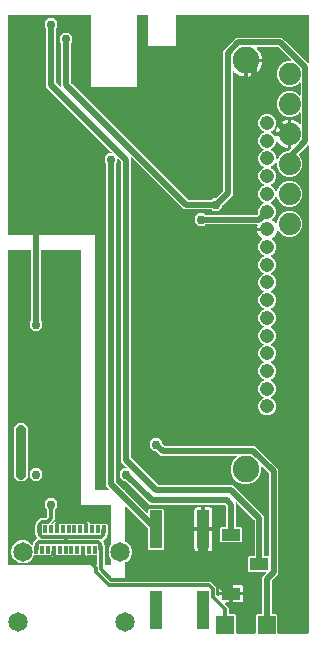
<source format=gbr>
G04 EAGLE Gerber RS-274X export*
G75*
%MOMM*%
%FSLAX34Y34*%
%LPD*%
%INTop Copper*%
%IPPOS*%
%AMOC8*
5,1,8,0,0,1.08239X$1,22.5*%
G01*
%ADD10R,0.300000X0.700000*%
%ADD11C,1.650000*%
%ADD12R,1.500000X1.500000*%
%ADD13C,2.250000*%
%ADD14C,1.208000*%
%ADD15C,1.879600*%
%ADD16R,1.600000X1.000000*%
%ADD17R,1.000000X3.200000*%
%ADD18C,0.812800*%
%ADD19C,0.304800*%
%ADD20C,0.756400*%
%ADD21C,0.508000*%
%ADD22C,0.152400*%

G36*
X268298Y17784D02*
X268298Y17784D01*
X268317Y17782D01*
X268419Y17804D01*
X268521Y17820D01*
X268538Y17830D01*
X268558Y17834D01*
X268647Y17887D01*
X268738Y17936D01*
X268752Y17950D01*
X268769Y17960D01*
X268836Y18039D01*
X268908Y18114D01*
X268916Y18132D01*
X268929Y18147D01*
X268968Y18243D01*
X269011Y18337D01*
X269013Y18357D01*
X269021Y18375D01*
X269039Y18542D01*
X269039Y430375D01*
X269028Y430446D01*
X269026Y430517D01*
X269008Y430566D01*
X269000Y430618D01*
X268966Y430681D01*
X268941Y430748D01*
X268909Y430789D01*
X268884Y430835D01*
X268832Y430884D01*
X268788Y430940D01*
X268744Y430969D01*
X268706Y431004D01*
X268641Y431035D01*
X268581Y431073D01*
X268530Y431086D01*
X268483Y431108D01*
X268412Y431116D01*
X268342Y431133D01*
X268290Y431129D01*
X268239Y431135D01*
X268168Y431120D01*
X268097Y431114D01*
X268049Y431094D01*
X267998Y431083D01*
X267937Y431046D01*
X267871Y431018D01*
X267815Y430973D01*
X267787Y430957D01*
X267772Y430939D01*
X267740Y430913D01*
X260685Y423859D01*
X260673Y423842D01*
X260658Y423830D01*
X260602Y423743D01*
X260542Y423659D01*
X260536Y423640D01*
X260525Y423623D01*
X260500Y423522D01*
X260469Y423424D01*
X260470Y423404D01*
X260465Y423384D01*
X260473Y423281D01*
X260476Y423178D01*
X260482Y423159D01*
X260484Y423139D01*
X260524Y423044D01*
X260560Y422947D01*
X260572Y422931D01*
X260580Y422913D01*
X260685Y422782D01*
X261990Y421477D01*
X263653Y417463D01*
X263653Y413117D01*
X261990Y409103D01*
X258917Y406030D01*
X254903Y404367D01*
X250557Y404367D01*
X246543Y406030D01*
X243470Y409103D01*
X241807Y413117D01*
X241807Y415737D01*
X241792Y415833D01*
X241782Y415930D01*
X241772Y415954D01*
X241768Y415979D01*
X241722Y416065D01*
X241682Y416154D01*
X241665Y416174D01*
X241652Y416197D01*
X241582Y416264D01*
X241516Y416336D01*
X241493Y416348D01*
X241474Y416366D01*
X241386Y416407D01*
X241300Y416454D01*
X241275Y416459D01*
X241251Y416470D01*
X241154Y416480D01*
X241058Y416498D01*
X241032Y416494D01*
X241007Y416497D01*
X240912Y416476D01*
X240815Y416462D01*
X240792Y416450D01*
X240766Y416445D01*
X240683Y416395D01*
X240596Y416350D01*
X240577Y416332D01*
X240555Y416318D01*
X240492Y416244D01*
X240424Y416175D01*
X240408Y416146D01*
X240395Y416132D01*
X240383Y416101D01*
X240343Y416028D01*
X240213Y415715D01*
X238085Y413587D01*
X237159Y413203D01*
X237098Y413166D01*
X237032Y413136D01*
X236994Y413101D01*
X236950Y413074D01*
X236904Y413018D01*
X236851Y412970D01*
X236826Y412924D01*
X236793Y412884D01*
X236767Y412817D01*
X236733Y412754D01*
X236723Y412703D01*
X236705Y412655D01*
X236702Y412583D01*
X236689Y412512D01*
X236697Y412461D01*
X236694Y412409D01*
X236714Y412340D01*
X236725Y412269D01*
X236748Y412223D01*
X236763Y412173D01*
X236804Y412114D01*
X236836Y412050D01*
X236874Y412013D01*
X236903Y411971D01*
X236961Y411928D01*
X237012Y411878D01*
X237075Y411843D01*
X237101Y411824D01*
X237123Y411817D01*
X237159Y411797D01*
X238085Y411413D01*
X240213Y409285D01*
X241365Y406505D01*
X241365Y403495D01*
X240213Y400715D01*
X238085Y398587D01*
X237159Y398203D01*
X237098Y398166D01*
X237032Y398136D01*
X236994Y398101D01*
X236950Y398074D01*
X236904Y398018D01*
X236851Y397970D01*
X236826Y397924D01*
X236793Y397884D01*
X236767Y397817D01*
X236733Y397754D01*
X236723Y397703D01*
X236705Y397655D01*
X236702Y397583D01*
X236689Y397512D01*
X236697Y397461D01*
X236694Y397409D01*
X236714Y397340D01*
X236725Y397269D01*
X236748Y397223D01*
X236763Y397173D01*
X236804Y397114D01*
X236836Y397050D01*
X236874Y397013D01*
X236903Y396971D01*
X236961Y396928D01*
X237012Y396878D01*
X237075Y396843D01*
X237101Y396824D01*
X237123Y396817D01*
X237159Y396797D01*
X238085Y396413D01*
X240213Y394285D01*
X240767Y392947D01*
X240805Y392886D01*
X240834Y392821D01*
X240869Y392783D01*
X240897Y392738D01*
X240952Y392693D01*
X241001Y392640D01*
X241046Y392615D01*
X241086Y392582D01*
X241153Y392556D01*
X241216Y392521D01*
X241267Y392512D01*
X241316Y392493D01*
X241387Y392490D01*
X241458Y392478D01*
X241510Y392485D01*
X241562Y392483D01*
X241630Y392503D01*
X241701Y392513D01*
X241748Y392537D01*
X241798Y392551D01*
X241857Y392592D01*
X241921Y392625D01*
X241957Y392662D01*
X242000Y392692D01*
X242043Y392749D01*
X242093Y392800D01*
X242127Y392863D01*
X242147Y392889D01*
X242154Y392911D01*
X242174Y392947D01*
X243470Y396077D01*
X246543Y399150D01*
X250557Y400813D01*
X254903Y400813D01*
X258917Y399150D01*
X261990Y396077D01*
X263653Y392063D01*
X263653Y387717D01*
X261990Y383703D01*
X258917Y380630D01*
X254903Y378967D01*
X250557Y378967D01*
X246543Y380630D01*
X243470Y383703D01*
X242128Y386943D01*
X242090Y387004D01*
X242061Y387069D01*
X242026Y387107D01*
X241999Y387152D01*
X241943Y387197D01*
X241895Y387250D01*
X241849Y387275D01*
X241809Y387308D01*
X241742Y387334D01*
X241679Y387369D01*
X241628Y387378D01*
X241579Y387397D01*
X241508Y387400D01*
X241437Y387412D01*
X241386Y387405D01*
X241334Y387407D01*
X241265Y387387D01*
X241194Y387377D01*
X241148Y387353D01*
X241098Y387339D01*
X241039Y387298D01*
X240975Y387265D01*
X240938Y387228D01*
X240895Y387198D01*
X240853Y387141D01*
X240802Y387090D01*
X240768Y387027D01*
X240749Y387001D01*
X240741Y386979D01*
X240722Y386943D01*
X240213Y385715D01*
X238085Y383587D01*
X237159Y383203D01*
X237098Y383166D01*
X237032Y383136D01*
X236994Y383101D01*
X236950Y383074D01*
X236904Y383018D01*
X236851Y382970D01*
X236826Y382924D01*
X236793Y382884D01*
X236767Y382817D01*
X236733Y382754D01*
X236723Y382703D01*
X236705Y382655D01*
X236702Y382583D01*
X236689Y382512D01*
X236697Y382461D01*
X236694Y382409D01*
X236714Y382340D01*
X236725Y382269D01*
X236748Y382223D01*
X236763Y382173D01*
X236804Y382114D01*
X236836Y382050D01*
X236874Y382013D01*
X236903Y381971D01*
X236961Y381928D01*
X237012Y381878D01*
X237075Y381843D01*
X237101Y381824D01*
X237123Y381817D01*
X237159Y381797D01*
X238085Y381413D01*
X240213Y379285D01*
X241365Y376505D01*
X241365Y373495D01*
X240213Y370715D01*
X238063Y368565D01*
X238009Y368489D01*
X237948Y368417D01*
X237937Y368389D01*
X237920Y368366D01*
X237892Y368275D01*
X237858Y368188D01*
X237856Y368159D01*
X237848Y368131D01*
X237850Y368036D01*
X237845Y367942D01*
X237853Y367914D01*
X237854Y367885D01*
X237886Y367796D01*
X237912Y367705D01*
X237928Y367681D01*
X237938Y367654D01*
X237997Y367580D01*
X238050Y367502D01*
X238079Y367478D01*
X238092Y367462D01*
X238120Y367444D01*
X238179Y367394D01*
X239270Y366665D01*
X240508Y365427D01*
X240566Y365385D01*
X240618Y365336D01*
X240665Y365314D01*
X240707Y365284D01*
X240776Y365263D01*
X240841Y365232D01*
X240893Y365227D01*
X240943Y365211D01*
X241014Y365213D01*
X241085Y365205D01*
X241136Y365216D01*
X241188Y365218D01*
X241256Y365242D01*
X241326Y365258D01*
X241371Y365284D01*
X241419Y365302D01*
X241475Y365347D01*
X241537Y365384D01*
X241571Y365423D01*
X241611Y365456D01*
X241650Y365516D01*
X241697Y365571D01*
X241716Y365619D01*
X241744Y365663D01*
X241762Y365732D01*
X241789Y365799D01*
X241797Y365870D01*
X241805Y365901D01*
X241803Y365925D01*
X241807Y365966D01*
X241807Y366663D01*
X243470Y370677D01*
X246543Y373750D01*
X250557Y375413D01*
X254903Y375413D01*
X258917Y373750D01*
X261990Y370677D01*
X263653Y366663D01*
X263653Y362317D01*
X261990Y358303D01*
X258917Y355230D01*
X254903Y353567D01*
X250557Y353567D01*
X246543Y355230D01*
X243427Y358346D01*
X243330Y358416D01*
X243233Y358487D01*
X243230Y358487D01*
X243227Y358489D01*
X243112Y358525D01*
X242998Y358561D01*
X242995Y358561D01*
X242992Y358562D01*
X242871Y358559D01*
X242753Y358556D01*
X242750Y358555D01*
X242746Y358555D01*
X242632Y358514D01*
X242521Y358474D01*
X242518Y358472D01*
X242515Y358471D01*
X242421Y358395D01*
X242328Y358322D01*
X242326Y358319D01*
X242323Y358317D01*
X242258Y358215D01*
X242193Y358116D01*
X242192Y358112D01*
X242190Y358110D01*
X242188Y358099D01*
X242142Y357956D01*
X242051Y357497D01*
X241404Y355935D01*
X240465Y354530D01*
X239270Y353335D01*
X238179Y352606D01*
X238149Y352578D01*
X238145Y352576D01*
X238132Y352562D01*
X238110Y352541D01*
X238036Y352483D01*
X238020Y352458D01*
X237999Y352438D01*
X237979Y352401D01*
X237976Y352398D01*
X237966Y352377D01*
X237954Y352355D01*
X237903Y352276D01*
X237896Y352247D01*
X237882Y352222D01*
X237875Y352182D01*
X237872Y352174D01*
X237868Y352141D01*
X237866Y352129D01*
X237843Y352037D01*
X237846Y352008D01*
X237841Y351979D01*
X237846Y351942D01*
X237845Y351930D01*
X237855Y351883D01*
X237862Y351792D01*
X237874Y351765D01*
X237878Y351736D01*
X237894Y351707D01*
X237897Y351690D01*
X237927Y351640D01*
X237959Y351566D01*
X237982Y351537D01*
X237992Y351518D01*
X238012Y351498D01*
X238023Y351479D01*
X238039Y351465D01*
X238063Y351435D01*
X240213Y349285D01*
X241365Y346505D01*
X241365Y343495D01*
X240213Y340715D01*
X238085Y338587D01*
X237159Y338203D01*
X237098Y338166D01*
X237032Y338136D01*
X237009Y338115D01*
X237004Y338112D01*
X236993Y338100D01*
X236950Y338074D01*
X236904Y338018D01*
X236851Y337970D01*
X236826Y337924D01*
X236793Y337884D01*
X236767Y337817D01*
X236733Y337754D01*
X236723Y337703D01*
X236705Y337655D01*
X236702Y337583D01*
X236689Y337512D01*
X236697Y337461D01*
X236694Y337409D01*
X236714Y337340D01*
X236725Y337269D01*
X236748Y337223D01*
X236763Y337173D01*
X236804Y337114D01*
X236836Y337050D01*
X236874Y337013D01*
X236903Y336971D01*
X236961Y336928D01*
X237012Y336878D01*
X237075Y336843D01*
X237101Y336824D01*
X237123Y336817D01*
X237159Y336797D01*
X238085Y336413D01*
X240213Y334285D01*
X241365Y331505D01*
X241365Y328495D01*
X240213Y325715D01*
X238085Y323587D01*
X237159Y323203D01*
X237098Y323166D01*
X237032Y323136D01*
X236994Y323101D01*
X236950Y323074D01*
X236904Y323018D01*
X236851Y322970D01*
X236826Y322924D01*
X236793Y322884D01*
X236767Y322817D01*
X236733Y322754D01*
X236723Y322703D01*
X236705Y322655D01*
X236702Y322583D01*
X236689Y322512D01*
X236697Y322461D01*
X236694Y322409D01*
X236714Y322340D01*
X236725Y322269D01*
X236748Y322223D01*
X236763Y322173D01*
X236804Y322114D01*
X236836Y322050D01*
X236874Y322013D01*
X236903Y321971D01*
X236961Y321928D01*
X237012Y321878D01*
X237075Y321843D01*
X237101Y321824D01*
X237123Y321817D01*
X237159Y321797D01*
X238085Y321413D01*
X240213Y319285D01*
X241365Y316505D01*
X241365Y313495D01*
X240213Y310715D01*
X238085Y308587D01*
X237159Y308203D01*
X237098Y308166D01*
X237032Y308136D01*
X236994Y308101D01*
X236950Y308074D01*
X236904Y308018D01*
X236851Y307970D01*
X236826Y307924D01*
X236793Y307884D01*
X236767Y307817D01*
X236733Y307754D01*
X236723Y307703D01*
X236705Y307655D01*
X236702Y307583D01*
X236689Y307512D01*
X236697Y307461D01*
X236694Y307409D01*
X236714Y307340D01*
X236725Y307269D01*
X236748Y307223D01*
X236763Y307173D01*
X236804Y307114D01*
X236836Y307050D01*
X236874Y307013D01*
X236903Y306971D01*
X236961Y306928D01*
X237012Y306878D01*
X237075Y306843D01*
X237101Y306824D01*
X237123Y306817D01*
X237159Y306797D01*
X238085Y306413D01*
X240213Y304285D01*
X241365Y301505D01*
X241365Y298495D01*
X240213Y295715D01*
X238085Y293587D01*
X237159Y293203D01*
X237098Y293166D01*
X237032Y293136D01*
X236994Y293101D01*
X236950Y293074D01*
X236904Y293018D01*
X236851Y292970D01*
X236826Y292924D01*
X236793Y292884D01*
X236767Y292817D01*
X236733Y292754D01*
X236723Y292703D01*
X236705Y292655D01*
X236702Y292583D01*
X236689Y292512D01*
X236697Y292461D01*
X236694Y292409D01*
X236714Y292340D01*
X236725Y292269D01*
X236748Y292223D01*
X236763Y292173D01*
X236804Y292114D01*
X236836Y292050D01*
X236874Y292013D01*
X236903Y291971D01*
X236961Y291928D01*
X237012Y291878D01*
X237075Y291843D01*
X237101Y291824D01*
X237123Y291817D01*
X237159Y291797D01*
X238085Y291413D01*
X240213Y289285D01*
X241365Y286505D01*
X241365Y283495D01*
X240213Y280715D01*
X238085Y278587D01*
X237159Y278203D01*
X237098Y278166D01*
X237032Y278136D01*
X236994Y278101D01*
X236950Y278074D01*
X236904Y278018D01*
X236851Y277970D01*
X236826Y277924D01*
X236793Y277884D01*
X236767Y277817D01*
X236733Y277754D01*
X236723Y277703D01*
X236705Y277655D01*
X236702Y277583D01*
X236689Y277512D01*
X236697Y277461D01*
X236694Y277409D01*
X236714Y277340D01*
X236725Y277269D01*
X236748Y277223D01*
X236763Y277173D01*
X236804Y277114D01*
X236836Y277050D01*
X236874Y277013D01*
X236903Y276971D01*
X236961Y276928D01*
X237012Y276878D01*
X237075Y276843D01*
X237101Y276824D01*
X237123Y276817D01*
X237159Y276797D01*
X238085Y276413D01*
X240213Y274285D01*
X241365Y271505D01*
X241365Y268495D01*
X240213Y265715D01*
X238085Y263587D01*
X237159Y263203D01*
X237098Y263166D01*
X237032Y263136D01*
X236994Y263101D01*
X236950Y263074D01*
X236904Y263018D01*
X236851Y262970D01*
X236826Y262924D01*
X236793Y262884D01*
X236767Y262817D01*
X236733Y262754D01*
X236723Y262703D01*
X236705Y262655D01*
X236702Y262583D01*
X236689Y262512D01*
X236697Y262461D01*
X236694Y262409D01*
X236714Y262340D01*
X236725Y262269D01*
X236748Y262223D01*
X236763Y262173D01*
X236804Y262114D01*
X236836Y262050D01*
X236874Y262013D01*
X236903Y261971D01*
X236961Y261928D01*
X237012Y261878D01*
X237075Y261843D01*
X237101Y261824D01*
X237123Y261817D01*
X237159Y261797D01*
X238085Y261413D01*
X240213Y259285D01*
X241365Y256505D01*
X241365Y253495D01*
X240213Y250715D01*
X238085Y248587D01*
X237159Y248203D01*
X237098Y248166D01*
X237032Y248136D01*
X236994Y248101D01*
X236950Y248074D01*
X236904Y248018D01*
X236851Y247970D01*
X236826Y247924D01*
X236793Y247884D01*
X236767Y247817D01*
X236733Y247754D01*
X236723Y247703D01*
X236705Y247655D01*
X236702Y247583D01*
X236689Y247512D01*
X236697Y247461D01*
X236694Y247409D01*
X236714Y247340D01*
X236725Y247269D01*
X236748Y247223D01*
X236763Y247173D01*
X236804Y247114D01*
X236836Y247050D01*
X236874Y247013D01*
X236903Y246971D01*
X236961Y246928D01*
X237012Y246878D01*
X237075Y246843D01*
X237101Y246824D01*
X237123Y246817D01*
X237159Y246797D01*
X238085Y246413D01*
X240213Y244285D01*
X241365Y241505D01*
X241365Y238495D01*
X240213Y235715D01*
X238085Y233587D01*
X237159Y233203D01*
X237098Y233166D01*
X237032Y233136D01*
X236994Y233101D01*
X236950Y233074D01*
X236904Y233018D01*
X236851Y232970D01*
X236826Y232924D01*
X236793Y232884D01*
X236767Y232817D01*
X236733Y232754D01*
X236723Y232703D01*
X236705Y232655D01*
X236702Y232583D01*
X236689Y232512D01*
X236697Y232461D01*
X236694Y232409D01*
X236714Y232340D01*
X236725Y232269D01*
X236748Y232223D01*
X236763Y232173D01*
X236804Y232114D01*
X236836Y232050D01*
X236874Y232013D01*
X236903Y231971D01*
X236961Y231928D01*
X237012Y231878D01*
X237075Y231843D01*
X237101Y231824D01*
X237123Y231817D01*
X237159Y231797D01*
X238085Y231413D01*
X240213Y229285D01*
X241365Y226505D01*
X241365Y223495D01*
X240213Y220715D01*
X238085Y218587D01*
X237159Y218203D01*
X237098Y218166D01*
X237032Y218136D01*
X236994Y218101D01*
X236950Y218074D01*
X236904Y218018D01*
X236851Y217970D01*
X236826Y217924D01*
X236793Y217884D01*
X236767Y217817D01*
X236733Y217754D01*
X236723Y217703D01*
X236705Y217655D01*
X236702Y217583D01*
X236689Y217512D01*
X236697Y217461D01*
X236694Y217409D01*
X236714Y217340D01*
X236725Y217269D01*
X236748Y217223D01*
X236763Y217173D01*
X236804Y217114D01*
X236836Y217050D01*
X236874Y217013D01*
X236903Y216971D01*
X236961Y216928D01*
X237012Y216878D01*
X237075Y216843D01*
X237101Y216824D01*
X237123Y216817D01*
X237159Y216797D01*
X238085Y216413D01*
X240213Y214285D01*
X241365Y211505D01*
X241365Y208495D01*
X240213Y205715D01*
X238085Y203587D01*
X235305Y202435D01*
X232295Y202435D01*
X229515Y203587D01*
X227387Y205715D01*
X226235Y208495D01*
X226235Y211505D01*
X227387Y214285D01*
X229515Y216413D01*
X230441Y216797D01*
X230502Y216834D01*
X230568Y216864D01*
X230606Y216899D01*
X230650Y216926D01*
X230696Y216981D01*
X230749Y217030D01*
X230774Y217076D01*
X230807Y217116D01*
X230833Y217183D01*
X230867Y217246D01*
X230877Y217297D01*
X230895Y217345D01*
X230898Y217417D01*
X230911Y217488D01*
X230903Y217539D01*
X230906Y217591D01*
X230886Y217660D01*
X230875Y217731D01*
X230852Y217777D01*
X230837Y217827D01*
X230796Y217886D01*
X230764Y217950D01*
X230726Y217987D01*
X230697Y218029D01*
X230639Y218072D01*
X230588Y218122D01*
X230525Y218157D01*
X230499Y218176D01*
X230477Y218183D01*
X230441Y218203D01*
X229515Y218587D01*
X227387Y220715D01*
X226235Y223495D01*
X226235Y226505D01*
X227387Y229285D01*
X229515Y231413D01*
X230441Y231797D01*
X230502Y231834D01*
X230568Y231864D01*
X230606Y231899D01*
X230650Y231926D01*
X230696Y231981D01*
X230749Y232030D01*
X230774Y232076D01*
X230807Y232116D01*
X230833Y232183D01*
X230867Y232246D01*
X230877Y232297D01*
X230895Y232345D01*
X230898Y232417D01*
X230911Y232488D01*
X230903Y232539D01*
X230906Y232591D01*
X230886Y232660D01*
X230875Y232731D01*
X230852Y232777D01*
X230837Y232827D01*
X230796Y232886D01*
X230764Y232950D01*
X230726Y232987D01*
X230697Y233029D01*
X230639Y233072D01*
X230588Y233122D01*
X230525Y233157D01*
X230499Y233176D01*
X230477Y233183D01*
X230441Y233203D01*
X229515Y233587D01*
X227387Y235715D01*
X226235Y238495D01*
X226235Y241505D01*
X227387Y244285D01*
X229515Y246413D01*
X230441Y246797D01*
X230502Y246834D01*
X230568Y246864D01*
X230606Y246899D01*
X230650Y246926D01*
X230696Y246981D01*
X230749Y247030D01*
X230774Y247076D01*
X230807Y247116D01*
X230833Y247183D01*
X230867Y247246D01*
X230877Y247297D01*
X230895Y247345D01*
X230898Y247417D01*
X230911Y247488D01*
X230903Y247539D01*
X230906Y247591D01*
X230886Y247660D01*
X230875Y247731D01*
X230852Y247777D01*
X230837Y247827D01*
X230796Y247886D01*
X230764Y247950D01*
X230726Y247987D01*
X230697Y248029D01*
X230639Y248072D01*
X230588Y248122D01*
X230525Y248157D01*
X230499Y248176D01*
X230477Y248183D01*
X230441Y248203D01*
X229515Y248587D01*
X227387Y250715D01*
X226235Y253495D01*
X226235Y256505D01*
X227387Y259285D01*
X229515Y261413D01*
X230441Y261797D01*
X230502Y261834D01*
X230568Y261864D01*
X230606Y261899D01*
X230650Y261926D01*
X230696Y261981D01*
X230749Y262030D01*
X230774Y262076D01*
X230807Y262116D01*
X230833Y262183D01*
X230867Y262246D01*
X230877Y262297D01*
X230895Y262345D01*
X230898Y262417D01*
X230911Y262488D01*
X230903Y262539D01*
X230906Y262591D01*
X230886Y262660D01*
X230875Y262731D01*
X230852Y262777D01*
X230837Y262827D01*
X230796Y262886D01*
X230764Y262950D01*
X230726Y262987D01*
X230697Y263029D01*
X230639Y263072D01*
X230588Y263122D01*
X230525Y263157D01*
X230499Y263176D01*
X230477Y263183D01*
X230441Y263203D01*
X229515Y263587D01*
X227387Y265715D01*
X226235Y268495D01*
X226235Y271505D01*
X227387Y274285D01*
X229515Y276413D01*
X230441Y276797D01*
X230502Y276834D01*
X230568Y276864D01*
X230606Y276899D01*
X230650Y276926D01*
X230696Y276981D01*
X230749Y277030D01*
X230774Y277076D01*
X230807Y277116D01*
X230833Y277183D01*
X230867Y277246D01*
X230877Y277297D01*
X230895Y277345D01*
X230898Y277417D01*
X230911Y277488D01*
X230903Y277539D01*
X230906Y277591D01*
X230886Y277660D01*
X230875Y277731D01*
X230852Y277777D01*
X230837Y277827D01*
X230796Y277886D01*
X230764Y277950D01*
X230726Y277987D01*
X230697Y278029D01*
X230639Y278072D01*
X230588Y278122D01*
X230525Y278157D01*
X230499Y278176D01*
X230477Y278183D01*
X230441Y278203D01*
X229515Y278587D01*
X227387Y280715D01*
X226235Y283495D01*
X226235Y286505D01*
X227387Y289285D01*
X229515Y291413D01*
X230441Y291797D01*
X230502Y291834D01*
X230568Y291864D01*
X230606Y291899D01*
X230650Y291926D01*
X230696Y291981D01*
X230749Y292030D01*
X230774Y292076D01*
X230807Y292116D01*
X230833Y292183D01*
X230867Y292246D01*
X230877Y292297D01*
X230895Y292345D01*
X230898Y292417D01*
X230911Y292488D01*
X230903Y292539D01*
X230906Y292591D01*
X230886Y292660D01*
X230875Y292731D01*
X230852Y292777D01*
X230837Y292827D01*
X230796Y292886D01*
X230764Y292950D01*
X230726Y292987D01*
X230697Y293029D01*
X230639Y293072D01*
X230588Y293122D01*
X230525Y293157D01*
X230499Y293176D01*
X230477Y293183D01*
X230441Y293203D01*
X229515Y293587D01*
X227387Y295715D01*
X226235Y298495D01*
X226235Y301505D01*
X227387Y304285D01*
X229515Y306413D01*
X230441Y306797D01*
X230502Y306834D01*
X230568Y306864D01*
X230606Y306899D01*
X230650Y306926D01*
X230696Y306981D01*
X230749Y307030D01*
X230774Y307076D01*
X230807Y307116D01*
X230833Y307183D01*
X230867Y307246D01*
X230877Y307297D01*
X230895Y307345D01*
X230898Y307417D01*
X230911Y307488D01*
X230903Y307539D01*
X230906Y307591D01*
X230886Y307660D01*
X230875Y307731D01*
X230852Y307777D01*
X230837Y307827D01*
X230796Y307886D01*
X230764Y307950D01*
X230726Y307987D01*
X230697Y308029D01*
X230639Y308072D01*
X230588Y308122D01*
X230525Y308157D01*
X230499Y308176D01*
X230477Y308183D01*
X230441Y308203D01*
X229515Y308587D01*
X227387Y310715D01*
X226235Y313495D01*
X226235Y316505D01*
X227387Y319285D01*
X229515Y321413D01*
X230441Y321797D01*
X230502Y321834D01*
X230568Y321864D01*
X230606Y321899D01*
X230650Y321926D01*
X230696Y321981D01*
X230749Y322030D01*
X230774Y322076D01*
X230807Y322116D01*
X230833Y322183D01*
X230867Y322246D01*
X230877Y322297D01*
X230895Y322345D01*
X230898Y322417D01*
X230911Y322488D01*
X230903Y322539D01*
X230906Y322591D01*
X230886Y322660D01*
X230875Y322731D01*
X230852Y322777D01*
X230837Y322827D01*
X230796Y322886D01*
X230764Y322950D01*
X230726Y322987D01*
X230697Y323029D01*
X230639Y323072D01*
X230588Y323122D01*
X230525Y323157D01*
X230499Y323176D01*
X230477Y323183D01*
X230441Y323203D01*
X229515Y323587D01*
X227387Y325715D01*
X226235Y328495D01*
X226235Y331505D01*
X227387Y334285D01*
X229515Y336413D01*
X230441Y336797D01*
X230502Y336834D01*
X230568Y336864D01*
X230606Y336899D01*
X230650Y336926D01*
X230696Y336981D01*
X230749Y337030D01*
X230774Y337076D01*
X230807Y337116D01*
X230833Y337183D01*
X230867Y337246D01*
X230877Y337297D01*
X230895Y337345D01*
X230898Y337417D01*
X230911Y337488D01*
X230903Y337539D01*
X230906Y337591D01*
X230886Y337660D01*
X230875Y337731D01*
X230852Y337777D01*
X230837Y337827D01*
X230796Y337886D01*
X230764Y337950D01*
X230726Y337987D01*
X230697Y338029D01*
X230639Y338072D01*
X230588Y338122D01*
X230539Y338149D01*
X230531Y338157D01*
X230520Y338161D01*
X230499Y338176D01*
X230477Y338183D01*
X230441Y338203D01*
X229515Y338587D01*
X227387Y340715D01*
X226235Y343495D01*
X226235Y346505D01*
X227387Y349285D01*
X229537Y351435D01*
X229579Y351494D01*
X229624Y351541D01*
X229633Y351561D01*
X229652Y351583D01*
X229663Y351611D01*
X229680Y351634D01*
X229705Y351715D01*
X229728Y351764D01*
X229730Y351780D01*
X229742Y351812D01*
X229744Y351841D01*
X229752Y351869D01*
X229750Y351964D01*
X229755Y352009D01*
X229753Y352019D01*
X229755Y352058D01*
X229747Y352086D01*
X229746Y352115D01*
X229714Y352204D01*
X229709Y352220D01*
X229703Y352249D01*
X229699Y352255D01*
X229688Y352295D01*
X229672Y352319D01*
X229662Y352346D01*
X229603Y352420D01*
X229587Y352443D01*
X229577Y352460D01*
X229573Y352464D01*
X229550Y352498D01*
X229521Y352522D01*
X229508Y352538D01*
X229480Y352556D01*
X229421Y352606D01*
X228330Y353335D01*
X227135Y354530D01*
X226196Y355935D01*
X225549Y357497D01*
X225354Y358477D01*
X233038Y358477D01*
X233058Y358480D01*
X233077Y358478D01*
X233179Y358500D01*
X233281Y358517D01*
X233298Y358526D01*
X233318Y358530D01*
X233407Y358583D01*
X233498Y358632D01*
X233512Y358646D01*
X233529Y358656D01*
X233596Y358735D01*
X233667Y358810D01*
X233676Y358828D01*
X233689Y358843D01*
X233727Y358939D01*
X233771Y359033D01*
X233773Y359053D01*
X233781Y359071D01*
X233799Y359238D01*
X233799Y360762D01*
X233796Y360782D01*
X233798Y360801D01*
X233776Y360903D01*
X233759Y361005D01*
X233750Y361022D01*
X233746Y361042D01*
X233693Y361131D01*
X233644Y361222D01*
X233630Y361236D01*
X233620Y361253D01*
X233541Y361320D01*
X233466Y361391D01*
X233448Y361400D01*
X233433Y361413D01*
X233337Y361452D01*
X233243Y361495D01*
X233223Y361497D01*
X233205Y361505D01*
X233038Y361523D01*
X225354Y361523D01*
X225549Y362503D01*
X225831Y363183D01*
X225841Y363227D01*
X225860Y363269D01*
X225869Y363346D01*
X225887Y363422D01*
X225882Y363468D01*
X225888Y363513D01*
X225871Y363590D01*
X225864Y363667D01*
X225845Y363709D01*
X225835Y363754D01*
X225795Y363821D01*
X225764Y363892D01*
X225733Y363926D01*
X225709Y363965D01*
X225650Y364016D01*
X225597Y364073D01*
X225557Y364095D01*
X225522Y364125D01*
X225450Y364154D01*
X225382Y364191D01*
X225337Y364200D01*
X225294Y364217D01*
X225158Y364232D01*
X225140Y364235D01*
X225135Y364234D01*
X225127Y364235D01*
X181555Y364235D01*
X181465Y364221D01*
X181374Y364213D01*
X181345Y364201D01*
X181313Y364196D01*
X181232Y364153D01*
X181148Y364117D01*
X181116Y364091D01*
X181095Y364080D01*
X181073Y364057D01*
X181017Y364012D01*
X179998Y362993D01*
X175602Y362993D01*
X172493Y366102D01*
X172493Y370498D01*
X175602Y373607D01*
X179998Y373607D01*
X181017Y372588D01*
X181091Y372535D01*
X181161Y372475D01*
X181191Y372463D01*
X181217Y372444D01*
X181304Y372417D01*
X181389Y372383D01*
X181430Y372379D01*
X181452Y372372D01*
X181484Y372373D01*
X181555Y372365D01*
X225101Y372365D01*
X225191Y372379D01*
X225282Y372387D01*
X225312Y372399D01*
X225344Y372404D01*
X225424Y372447D01*
X225508Y372483D01*
X225541Y372509D01*
X225561Y372520D01*
X225583Y372543D01*
X225639Y372588D01*
X226012Y372961D01*
X226065Y373035D01*
X226125Y373104D01*
X226137Y373134D01*
X226156Y373160D01*
X226183Y373247D01*
X226217Y373332D01*
X226221Y373373D01*
X226228Y373395D01*
X226227Y373428D01*
X226235Y373499D01*
X226235Y376505D01*
X227387Y379285D01*
X229515Y381413D01*
X230441Y381797D01*
X230502Y381834D01*
X230568Y381864D01*
X230606Y381899D01*
X230650Y381926D01*
X230696Y381981D01*
X230749Y382030D01*
X230774Y382076D01*
X230807Y382116D01*
X230833Y382183D01*
X230867Y382246D01*
X230877Y382297D01*
X230895Y382345D01*
X230898Y382417D01*
X230911Y382488D01*
X230903Y382539D01*
X230906Y382591D01*
X230886Y382660D01*
X230875Y382731D01*
X230852Y382777D01*
X230837Y382827D01*
X230796Y382886D01*
X230764Y382950D01*
X230726Y382987D01*
X230697Y383029D01*
X230639Y383072D01*
X230588Y383122D01*
X230525Y383157D01*
X230499Y383176D01*
X230477Y383183D01*
X230441Y383203D01*
X229515Y383587D01*
X227387Y385715D01*
X226235Y388495D01*
X226235Y391505D01*
X227387Y394285D01*
X229515Y396413D01*
X230441Y396797D01*
X230502Y396834D01*
X230568Y396864D01*
X230606Y396899D01*
X230650Y396926D01*
X230696Y396981D01*
X230749Y397030D01*
X230774Y397076D01*
X230807Y397116D01*
X230833Y397183D01*
X230867Y397246D01*
X230877Y397297D01*
X230895Y397345D01*
X230898Y397417D01*
X230911Y397488D01*
X230903Y397539D01*
X230906Y397591D01*
X230886Y397660D01*
X230875Y397731D01*
X230852Y397777D01*
X230837Y397827D01*
X230796Y397886D01*
X230764Y397950D01*
X230726Y397987D01*
X230697Y398029D01*
X230639Y398072D01*
X230588Y398122D01*
X230525Y398157D01*
X230499Y398176D01*
X230477Y398183D01*
X230441Y398203D01*
X229515Y398587D01*
X227387Y400715D01*
X226235Y403495D01*
X226235Y406505D01*
X227387Y409285D01*
X229515Y411413D01*
X230441Y411797D01*
X230502Y411834D01*
X230568Y411864D01*
X230606Y411899D01*
X230650Y411926D01*
X230696Y411981D01*
X230749Y412030D01*
X230774Y412076D01*
X230807Y412116D01*
X230833Y412183D01*
X230867Y412246D01*
X230877Y412297D01*
X230895Y412345D01*
X230898Y412417D01*
X230911Y412488D01*
X230903Y412539D01*
X230906Y412591D01*
X230886Y412660D01*
X230875Y412731D01*
X230852Y412777D01*
X230837Y412827D01*
X230796Y412886D01*
X230764Y412950D01*
X230726Y412987D01*
X230697Y413029D01*
X230639Y413072D01*
X230588Y413122D01*
X230525Y413157D01*
X230499Y413176D01*
X230477Y413183D01*
X230441Y413203D01*
X229515Y413587D01*
X227387Y415715D01*
X226235Y418495D01*
X226235Y421505D01*
X227387Y424285D01*
X229515Y426413D01*
X230441Y426797D01*
X230502Y426834D01*
X230568Y426864D01*
X230606Y426899D01*
X230650Y426926D01*
X230696Y426981D01*
X230749Y427030D01*
X230774Y427076D01*
X230807Y427116D01*
X230833Y427183D01*
X230867Y427246D01*
X230877Y427297D01*
X230895Y427345D01*
X230898Y427417D01*
X230911Y427488D01*
X230903Y427539D01*
X230906Y427591D01*
X230886Y427660D01*
X230875Y427731D01*
X230852Y427777D01*
X230837Y427827D01*
X230796Y427886D01*
X230764Y427950D01*
X230726Y427987D01*
X230697Y428029D01*
X230639Y428072D01*
X230588Y428122D01*
X230525Y428157D01*
X230499Y428176D01*
X230477Y428183D01*
X230441Y428203D01*
X229515Y428587D01*
X227387Y430715D01*
X226235Y433495D01*
X226235Y436505D01*
X227387Y439285D01*
X229515Y441413D01*
X230441Y441797D01*
X230502Y441834D01*
X230568Y441864D01*
X230606Y441899D01*
X230650Y441926D01*
X230696Y441981D01*
X230749Y442030D01*
X230774Y442076D01*
X230807Y442116D01*
X230833Y442183D01*
X230867Y442246D01*
X230877Y442297D01*
X230895Y442345D01*
X230898Y442417D01*
X230911Y442488D01*
X230903Y442539D01*
X230906Y442591D01*
X230886Y442660D01*
X230875Y442731D01*
X230852Y442777D01*
X230837Y442827D01*
X230796Y442886D01*
X230764Y442950D01*
X230726Y442987D01*
X230697Y443029D01*
X230639Y443072D01*
X230588Y443122D01*
X230525Y443157D01*
X230499Y443176D01*
X230477Y443183D01*
X230441Y443203D01*
X229515Y443587D01*
X227387Y445715D01*
X226235Y448495D01*
X226235Y451505D01*
X227387Y454285D01*
X229515Y456413D01*
X232295Y457565D01*
X235305Y457565D01*
X238085Y456413D01*
X240213Y454285D01*
X241365Y451505D01*
X241365Y448495D01*
X240335Y446009D01*
X240313Y445917D01*
X240291Y445846D01*
X240285Y445841D01*
X240267Y445808D01*
X240253Y445791D01*
X240230Y445741D01*
X240219Y445721D01*
X238085Y443587D01*
X237159Y443203D01*
X237098Y443166D01*
X237032Y443136D01*
X236994Y443101D01*
X236950Y443074D01*
X236904Y443018D01*
X236851Y442970D01*
X236826Y442924D01*
X236793Y442884D01*
X236767Y442817D01*
X236733Y442754D01*
X236723Y442703D01*
X236705Y442655D01*
X236702Y442583D01*
X236689Y442512D01*
X236697Y442461D01*
X236694Y442409D01*
X236714Y442340D01*
X236725Y442269D01*
X236748Y442223D01*
X236763Y442173D01*
X236804Y442114D01*
X236836Y442050D01*
X236874Y442013D01*
X236903Y441971D01*
X236961Y441928D01*
X237012Y441878D01*
X237075Y441843D01*
X237101Y441824D01*
X237123Y441817D01*
X237159Y441797D01*
X238085Y441413D01*
X240108Y439390D01*
X240182Y439337D01*
X240252Y439277D01*
X240282Y439265D01*
X240308Y439246D01*
X240395Y439219D01*
X240480Y439185D01*
X240521Y439181D01*
X240543Y439174D01*
X240575Y439175D01*
X240647Y439167D01*
X251207Y439167D01*
X251207Y428844D01*
X249934Y429045D01*
X248147Y429626D01*
X246473Y430479D01*
X244952Y431584D01*
X243624Y432912D01*
X242742Y434126D01*
X242736Y434132D01*
X242732Y434139D01*
X242649Y434218D01*
X242567Y434299D01*
X242560Y434303D01*
X242554Y434308D01*
X242450Y434357D01*
X242346Y434407D01*
X242338Y434408D01*
X242331Y434412D01*
X242217Y434424D01*
X242102Y434440D01*
X242094Y434438D01*
X242087Y434439D01*
X241974Y434414D01*
X241861Y434392D01*
X241854Y434388D01*
X241846Y434387D01*
X241748Y434328D01*
X241647Y434271D01*
X241642Y434265D01*
X241635Y434260D01*
X241560Y434173D01*
X241483Y434087D01*
X241480Y434080D01*
X241475Y434074D01*
X241432Y433966D01*
X241387Y433861D01*
X241386Y433853D01*
X241383Y433845D01*
X241365Y433679D01*
X241365Y433495D01*
X240213Y430715D01*
X238085Y428587D01*
X237159Y428203D01*
X237098Y428166D01*
X237032Y428136D01*
X236994Y428101D01*
X236950Y428074D01*
X236904Y428018D01*
X236851Y427970D01*
X236826Y427924D01*
X236793Y427884D01*
X236767Y427817D01*
X236733Y427754D01*
X236723Y427703D01*
X236705Y427655D01*
X236702Y427583D01*
X236689Y427512D01*
X236697Y427461D01*
X236694Y427409D01*
X236714Y427340D01*
X236725Y427269D01*
X236748Y427223D01*
X236763Y427173D01*
X236804Y427114D01*
X236836Y427050D01*
X236874Y427013D01*
X236903Y426971D01*
X236961Y426928D01*
X237012Y426878D01*
X237075Y426843D01*
X237101Y426824D01*
X237123Y426817D01*
X237159Y426797D01*
X238085Y426413D01*
X240213Y424285D01*
X241365Y421505D01*
X241365Y420221D01*
X241380Y420125D01*
X241390Y420028D01*
X241400Y420004D01*
X241404Y419979D01*
X241450Y419893D01*
X241490Y419804D01*
X241507Y419784D01*
X241520Y419761D01*
X241590Y419694D01*
X241656Y419622D01*
X241679Y419610D01*
X241698Y419592D01*
X241786Y419551D01*
X241872Y419504D01*
X241897Y419499D01*
X241921Y419488D01*
X242018Y419477D01*
X242114Y419460D01*
X242140Y419464D01*
X242165Y419461D01*
X242261Y419482D01*
X242357Y419496D01*
X242380Y419508D01*
X242406Y419513D01*
X242489Y419563D01*
X242576Y419607D01*
X242595Y419626D01*
X242617Y419640D01*
X242680Y419713D01*
X242748Y419783D01*
X242764Y419812D01*
X242777Y419826D01*
X242789Y419857D01*
X242829Y419930D01*
X243470Y421477D01*
X246543Y424550D01*
X250557Y426213D01*
X251227Y426213D01*
X251317Y426227D01*
X251408Y426235D01*
X251438Y426247D01*
X251470Y426252D01*
X251551Y426295D01*
X251635Y426331D01*
X251667Y426357D01*
X251687Y426368D01*
X251710Y426391D01*
X251765Y426436D01*
X254030Y428700D01*
X254083Y428774D01*
X254143Y428844D01*
X254155Y428874D01*
X254174Y428900D01*
X254201Y428987D01*
X254235Y429072D01*
X254239Y429113D01*
X254246Y429135D01*
X254245Y429167D01*
X254253Y429239D01*
X254253Y439928D01*
X254250Y439948D01*
X254252Y439967D01*
X254230Y440069D01*
X254213Y440171D01*
X254204Y440188D01*
X254200Y440208D01*
X254147Y440297D01*
X254098Y440388D01*
X254084Y440402D01*
X254074Y440419D01*
X253995Y440486D01*
X253920Y440557D01*
X253902Y440566D01*
X253887Y440579D01*
X253791Y440617D01*
X253697Y440661D01*
X253677Y440663D01*
X253659Y440671D01*
X253492Y440689D01*
X252729Y440689D01*
X252729Y440691D01*
X253492Y440691D01*
X253512Y440694D01*
X253531Y440692D01*
X253633Y440714D01*
X253735Y440731D01*
X253752Y440740D01*
X253772Y440744D01*
X253861Y440797D01*
X253952Y440846D01*
X253966Y440860D01*
X253983Y440870D01*
X254050Y440949D01*
X254121Y441024D01*
X254130Y441042D01*
X254143Y441057D01*
X254182Y441153D01*
X254225Y441247D01*
X254227Y441267D01*
X254235Y441285D01*
X254253Y441452D01*
X254253Y452536D01*
X255526Y452335D01*
X257313Y451754D01*
X258987Y450901D01*
X260508Y449796D01*
X260828Y449476D01*
X260886Y449434D01*
X260938Y449385D01*
X260985Y449363D01*
X261027Y449333D01*
X261096Y449312D01*
X261161Y449281D01*
X261213Y449276D01*
X261263Y449260D01*
X261334Y449262D01*
X261405Y449254D01*
X261456Y449265D01*
X261508Y449267D01*
X261576Y449291D01*
X261646Y449306D01*
X261691Y449333D01*
X261739Y449351D01*
X261795Y449396D01*
X261857Y449433D01*
X261891Y449472D01*
X261931Y449505D01*
X261970Y449565D01*
X262017Y449620D01*
X262036Y449668D01*
X262064Y449712D01*
X262082Y449781D01*
X262109Y449848D01*
X262117Y449919D01*
X262125Y449950D01*
X262123Y449974D01*
X262127Y450014D01*
X262127Y458202D01*
X262116Y458273D01*
X262114Y458345D01*
X262096Y458394D01*
X262088Y458445D01*
X262054Y458508D01*
X262029Y458576D01*
X261997Y458616D01*
X261972Y458663D01*
X261920Y458712D01*
X261876Y458768D01*
X261832Y458796D01*
X261794Y458832D01*
X261729Y458862D01*
X261669Y458901D01*
X261618Y458914D01*
X261571Y458936D01*
X261500Y458943D01*
X261430Y458961D01*
X261378Y458957D01*
X261327Y458963D01*
X261256Y458947D01*
X261185Y458942D01*
X261137Y458921D01*
X261086Y458910D01*
X261025Y458874D01*
X260959Y458845D01*
X260903Y458801D01*
X260875Y458784D01*
X260860Y458766D01*
X260828Y458741D01*
X258917Y456830D01*
X254903Y455167D01*
X250557Y455167D01*
X246543Y456830D01*
X243470Y459903D01*
X241807Y463917D01*
X241807Y468263D01*
X243470Y472277D01*
X246543Y475350D01*
X250557Y477013D01*
X254903Y477013D01*
X258917Y475350D01*
X260828Y473439D01*
X260886Y473397D01*
X260938Y473348D01*
X260985Y473326D01*
X261027Y473296D01*
X261096Y473275D01*
X261161Y473244D01*
X261213Y473239D01*
X261263Y473223D01*
X261334Y473225D01*
X261405Y473217D01*
X261456Y473228D01*
X261508Y473230D01*
X261576Y473254D01*
X261646Y473270D01*
X261691Y473296D01*
X261739Y473314D01*
X261795Y473359D01*
X261857Y473396D01*
X261891Y473435D01*
X261931Y473468D01*
X261970Y473528D01*
X262017Y473583D01*
X262036Y473631D01*
X262064Y473675D01*
X262082Y473744D01*
X262109Y473811D01*
X262117Y473882D01*
X262125Y473913D01*
X262123Y473937D01*
X262127Y473978D01*
X262127Y483602D01*
X262116Y483673D01*
X262114Y483745D01*
X262096Y483794D01*
X262088Y483845D01*
X262054Y483908D01*
X262029Y483976D01*
X261997Y484016D01*
X261972Y484063D01*
X261920Y484112D01*
X261876Y484168D01*
X261832Y484196D01*
X261794Y484232D01*
X261729Y484262D01*
X261669Y484301D01*
X261618Y484314D01*
X261571Y484336D01*
X261500Y484343D01*
X261430Y484361D01*
X261378Y484357D01*
X261327Y484363D01*
X261256Y484347D01*
X261185Y484342D01*
X261137Y484321D01*
X261086Y484310D01*
X261025Y484274D01*
X260959Y484245D01*
X260903Y484201D01*
X260875Y484184D01*
X260860Y484166D01*
X260828Y484141D01*
X258917Y482230D01*
X254903Y480567D01*
X250557Y480567D01*
X246543Y482230D01*
X243470Y485303D01*
X241807Y489317D01*
X241807Y493663D01*
X243470Y497677D01*
X246543Y500750D01*
X250557Y502413D01*
X253259Y502413D01*
X253330Y502424D01*
X253402Y502426D01*
X253451Y502444D01*
X253502Y502452D01*
X253565Y502486D01*
X253633Y502511D01*
X253673Y502543D01*
X253719Y502568D01*
X253769Y502620D01*
X253825Y502664D01*
X253853Y502708D01*
X253889Y502746D01*
X253919Y502811D01*
X253958Y502871D01*
X253970Y502922D01*
X253992Y502969D01*
X254000Y503040D01*
X254018Y503110D01*
X254014Y503162D01*
X254019Y503213D01*
X254004Y503284D01*
X253999Y503355D01*
X253978Y503403D01*
X253967Y503454D01*
X253930Y503515D01*
X253902Y503581D01*
X253858Y503637D01*
X253841Y503665D01*
X253823Y503680D01*
X253798Y503712D01*
X243483Y514026D01*
X243410Y514079D01*
X243340Y514139D01*
X243310Y514151D01*
X243284Y514170D01*
X243197Y514197D01*
X243112Y514231D01*
X243071Y514235D01*
X243049Y514242D01*
X243016Y514241D01*
X242945Y514249D01*
X225892Y514249D01*
X225821Y514238D01*
X225749Y514236D01*
X225700Y514218D01*
X225649Y514210D01*
X225585Y514176D01*
X225518Y514151D01*
X225477Y514119D01*
X225431Y514094D01*
X225382Y514042D01*
X225326Y513998D01*
X225298Y513954D01*
X225262Y513916D01*
X225232Y513851D01*
X225193Y513791D01*
X225180Y513740D01*
X225158Y513693D01*
X225151Y513622D01*
X225133Y513552D01*
X225137Y513500D01*
X225131Y513449D01*
X225147Y513378D01*
X225152Y513307D01*
X225173Y513259D01*
X225184Y513208D01*
X225220Y513147D01*
X225248Y513081D01*
X225293Y513025D01*
X225310Y512997D01*
X225328Y512982D01*
X225353Y512950D01*
X226319Y511984D01*
X227595Y510228D01*
X228580Y508294D01*
X229251Y506229D01*
X229521Y504523D01*
X216562Y504523D01*
X216542Y504520D01*
X216523Y504522D01*
X216421Y504500D01*
X216319Y504483D01*
X216302Y504474D01*
X216282Y504470D01*
X216193Y504417D01*
X216102Y504368D01*
X216088Y504354D01*
X216071Y504344D01*
X216004Y504265D01*
X215933Y504190D01*
X215924Y504172D01*
X215911Y504157D01*
X215873Y504061D01*
X215829Y503967D01*
X215827Y503947D01*
X215819Y503929D01*
X215801Y503762D01*
X215801Y502999D01*
X215038Y502999D01*
X215018Y502996D01*
X214999Y502998D01*
X214897Y502976D01*
X214795Y502959D01*
X214778Y502950D01*
X214758Y502946D01*
X214669Y502893D01*
X214578Y502844D01*
X214564Y502830D01*
X214547Y502820D01*
X214480Y502741D01*
X214409Y502666D01*
X214400Y502648D01*
X214387Y502633D01*
X214348Y502537D01*
X214305Y502443D01*
X214303Y502423D01*
X214295Y502405D01*
X214277Y502238D01*
X214277Y489279D01*
X212571Y489549D01*
X210506Y490220D01*
X208572Y491205D01*
X206816Y492481D01*
X205850Y493447D01*
X205792Y493489D01*
X205740Y493538D01*
X205693Y493560D01*
X205651Y493590D01*
X205582Y493611D01*
X205517Y493642D01*
X205465Y493647D01*
X205415Y493663D01*
X205344Y493661D01*
X205273Y493669D01*
X205222Y493658D01*
X205170Y493656D01*
X205102Y493632D01*
X205032Y493616D01*
X204987Y493590D01*
X204939Y493572D01*
X204883Y493527D01*
X204821Y493490D01*
X204787Y493451D01*
X204747Y493418D01*
X204708Y493358D01*
X204661Y493303D01*
X204642Y493255D01*
X204614Y493211D01*
X204596Y493142D01*
X204569Y493075D01*
X204561Y493004D01*
X204553Y492973D01*
X204555Y492949D01*
X204551Y492908D01*
X204551Y389302D01*
X196030Y380781D01*
X195977Y380707D01*
X195917Y380638D01*
X195905Y380608D01*
X195886Y380582D01*
X195859Y380495D01*
X195825Y380410D01*
X195821Y380369D01*
X195814Y380346D01*
X195815Y380314D01*
X195807Y380243D01*
X195807Y378802D01*
X192698Y375693D01*
X188302Y375693D01*
X187283Y376712D01*
X187209Y376765D01*
X187139Y376825D01*
X187109Y376837D01*
X187083Y376856D01*
X186996Y376883D01*
X186911Y376917D01*
X186870Y376921D01*
X186848Y376928D01*
X186816Y376927D01*
X186745Y376935D01*
X163416Y376935D01*
X160812Y379539D01*
X119664Y420687D01*
X119606Y420729D01*
X119554Y420779D01*
X119507Y420801D01*
X119465Y420831D01*
X119396Y420852D01*
X119331Y420882D01*
X119279Y420888D01*
X119229Y420903D01*
X119158Y420901D01*
X119087Y420909D01*
X119036Y420898D01*
X118984Y420897D01*
X118916Y420872D01*
X118846Y420857D01*
X118801Y420830D01*
X118753Y420812D01*
X118697Y420768D01*
X118635Y420731D01*
X118601Y420691D01*
X118561Y420659D01*
X118522Y420598D01*
X118475Y420544D01*
X118456Y420496D01*
X118428Y420452D01*
X118410Y420382D01*
X118383Y420316D01*
X118375Y420244D01*
X118367Y420213D01*
X118369Y420190D01*
X118365Y420149D01*
X118365Y167099D01*
X118379Y167009D01*
X118387Y166918D01*
X118399Y166888D01*
X118404Y166856D01*
X118447Y166776D01*
X118483Y166692D01*
X118509Y166660D01*
X118520Y166639D01*
X118543Y166617D01*
X118588Y166561D01*
X141161Y143988D01*
X141235Y143935D01*
X141304Y143875D01*
X141334Y143863D01*
X141360Y143844D01*
X141447Y143817D01*
X141532Y143783D01*
X141573Y143779D01*
X141596Y143772D01*
X141628Y143773D01*
X141699Y143765D01*
X204884Y143765D01*
X231265Y117384D01*
X231265Y83886D01*
X231268Y83866D01*
X231266Y83847D01*
X231288Y83745D01*
X231304Y83643D01*
X231314Y83626D01*
X231318Y83606D01*
X231371Y83517D01*
X231420Y83426D01*
X231434Y83412D01*
X231444Y83395D01*
X231523Y83328D01*
X231598Y83256D01*
X231616Y83248D01*
X231631Y83235D01*
X231727Y83196D01*
X231821Y83153D01*
X231841Y83151D01*
X231859Y83143D01*
X232026Y83125D01*
X234438Y83125D01*
X234458Y83128D01*
X234477Y83126D01*
X234579Y83148D01*
X234681Y83164D01*
X234698Y83174D01*
X234718Y83178D01*
X234807Y83231D01*
X234898Y83280D01*
X234912Y83294D01*
X234929Y83304D01*
X234996Y83383D01*
X235068Y83458D01*
X235076Y83476D01*
X235089Y83491D01*
X235128Y83587D01*
X235171Y83681D01*
X235173Y83701D01*
X235181Y83719D01*
X235199Y83886D01*
X235199Y153194D01*
X235185Y153284D01*
X235177Y153375D01*
X235165Y153405D01*
X235160Y153437D01*
X235117Y153518D01*
X235081Y153602D01*
X235055Y153634D01*
X235044Y153654D01*
X235021Y153677D01*
X234976Y153733D01*
X229874Y158835D01*
X229816Y158877D01*
X229764Y158926D01*
X229717Y158948D01*
X229675Y158978D01*
X229606Y158999D01*
X229541Y159030D01*
X229489Y159035D01*
X229439Y159051D01*
X229368Y159049D01*
X229297Y159057D01*
X229246Y159046D01*
X229194Y159044D01*
X229126Y159020D01*
X229056Y159004D01*
X229011Y158978D01*
X228963Y158960D01*
X228907Y158915D01*
X228845Y158878D01*
X228811Y158839D01*
X228771Y158806D01*
X228732Y158746D01*
X228685Y158691D01*
X228666Y158643D01*
X228638Y158599D01*
X228620Y158530D01*
X228593Y158463D01*
X228585Y158392D01*
X228577Y158361D01*
X228579Y158337D01*
X228575Y158296D01*
X228575Y154459D01*
X226630Y149764D01*
X223036Y146170D01*
X218341Y144225D01*
X213259Y144225D01*
X208564Y146170D01*
X204970Y149764D01*
X203025Y154459D01*
X203025Y159541D01*
X204970Y164236D01*
X207684Y166950D01*
X207725Y167008D01*
X207775Y167060D01*
X207797Y167107D01*
X207827Y167149D01*
X207848Y167218D01*
X207878Y167283D01*
X207884Y167335D01*
X207899Y167385D01*
X207898Y167456D01*
X207905Y167527D01*
X207894Y167578D01*
X207893Y167630D01*
X207868Y167698D01*
X207853Y167768D01*
X207827Y167813D01*
X207809Y167861D01*
X207764Y167917D01*
X207727Y167979D01*
X207687Y168013D01*
X207655Y168053D01*
X207595Y168092D01*
X207540Y168139D01*
X207492Y168158D01*
X207448Y168186D01*
X207379Y168204D01*
X207312Y168231D01*
X207241Y168239D01*
X207209Y168247D01*
X207186Y168245D01*
X207145Y168249D01*
X143502Y168249D01*
X139481Y172270D01*
X139407Y172323D01*
X139338Y172383D01*
X139308Y172395D01*
X139282Y172414D01*
X139195Y172441D01*
X139110Y172475D01*
X139069Y172479D01*
X139046Y172486D01*
X139014Y172485D01*
X138943Y172493D01*
X137502Y172493D01*
X134393Y175602D01*
X134393Y179998D01*
X137502Y183107D01*
X141898Y183107D01*
X145007Y179998D01*
X145007Y178557D01*
X145021Y178467D01*
X145029Y178376D01*
X145041Y178346D01*
X145046Y178314D01*
X145089Y178234D01*
X145125Y178150D01*
X145151Y178118D01*
X145162Y178097D01*
X145185Y178075D01*
X145230Y178019D01*
X146647Y176602D01*
X146721Y176549D01*
X146790Y176489D01*
X146820Y176477D01*
X146846Y176458D01*
X146933Y176431D01*
X147018Y176397D01*
X147059Y176393D01*
X147082Y176386D01*
X147114Y176387D01*
X147185Y176379D01*
X223827Y176379D01*
X243329Y156877D01*
X243329Y68233D01*
X240725Y65629D01*
X237688Y62592D01*
X237635Y62518D01*
X237575Y62449D01*
X237563Y62418D01*
X237544Y62392D01*
X237517Y62305D01*
X237483Y62220D01*
X237479Y62179D01*
X237472Y62157D01*
X237473Y62125D01*
X237465Y62054D01*
X237465Y35186D01*
X237468Y35166D01*
X237466Y35147D01*
X237488Y35045D01*
X237504Y34943D01*
X237514Y34926D01*
X237518Y34906D01*
X237571Y34817D01*
X237620Y34726D01*
X237634Y34712D01*
X237644Y34695D01*
X237723Y34628D01*
X237798Y34556D01*
X237816Y34548D01*
X237831Y34535D01*
X237927Y34496D01*
X238021Y34453D01*
X238041Y34451D01*
X238059Y34443D01*
X238226Y34425D01*
X241532Y34425D01*
X242425Y33532D01*
X242425Y18542D01*
X242428Y18522D01*
X242426Y18503D01*
X242448Y18401D01*
X242464Y18299D01*
X242474Y18282D01*
X242478Y18262D01*
X242531Y18173D01*
X242580Y18082D01*
X242594Y18068D01*
X242604Y18051D01*
X242683Y17984D01*
X242758Y17912D01*
X242776Y17904D01*
X242791Y17891D01*
X242887Y17852D01*
X242981Y17809D01*
X243001Y17807D01*
X243019Y17799D01*
X243186Y17781D01*
X268278Y17781D01*
X268298Y17784D01*
G37*
G36*
X99346Y138950D02*
X99346Y138950D01*
X99417Y138952D01*
X99466Y138970D01*
X99518Y138979D01*
X99581Y139012D01*
X99648Y139037D01*
X99689Y139069D01*
X99735Y139094D01*
X99785Y139146D01*
X99841Y139190D01*
X99869Y139234D01*
X99905Y139272D01*
X99935Y139337D01*
X99974Y139397D01*
X99986Y139448D01*
X100008Y139495D01*
X100016Y139566D01*
X100034Y139636D01*
X100030Y139688D01*
X100035Y139739D01*
X100020Y139810D01*
X100014Y139881D01*
X99994Y139929D01*
X99983Y139980D01*
X99946Y140041D01*
X99918Y140107D01*
X99873Y140163D01*
X99857Y140191D01*
X99839Y140206D01*
X99813Y140238D01*
X97535Y142516D01*
X97535Y415345D01*
X97521Y415435D01*
X97513Y415526D01*
X97501Y415555D01*
X97496Y415587D01*
X97453Y415668D01*
X97417Y415752D01*
X97391Y415784D01*
X97380Y415805D01*
X97357Y415827D01*
X97312Y415883D01*
X96293Y416902D01*
X96293Y421298D01*
X99402Y424407D01*
X101407Y424407D01*
X101478Y424418D01*
X101550Y424420D01*
X101598Y424438D01*
X101650Y424446D01*
X101713Y424480D01*
X101781Y424505D01*
X101821Y424537D01*
X101867Y424562D01*
X101917Y424614D01*
X101973Y424658D01*
X102001Y424702D01*
X102037Y424740D01*
X102067Y424805D01*
X102106Y424865D01*
X102118Y424916D01*
X102140Y424963D01*
X102148Y425034D01*
X102166Y425104D01*
X102162Y425156D01*
X102167Y425207D01*
X102152Y425278D01*
X102146Y425349D01*
X102126Y425397D01*
X102115Y425448D01*
X102078Y425509D01*
X102050Y425575D01*
X102005Y425631D01*
X101989Y425659D01*
X101971Y425674D01*
X101945Y425706D01*
X49339Y478312D01*
X46735Y480916D01*
X46735Y529645D01*
X46721Y529735D01*
X46713Y529826D01*
X46701Y529855D01*
X46696Y529887D01*
X46653Y529968D01*
X46617Y530052D01*
X46591Y530084D01*
X46580Y530105D01*
X46557Y530127D01*
X46512Y530183D01*
X45493Y531202D01*
X45493Y535598D01*
X48602Y538707D01*
X52998Y538707D01*
X56107Y535598D01*
X56107Y531202D01*
X55088Y530183D01*
X55035Y530109D01*
X54975Y530039D01*
X54963Y530009D01*
X54944Y529983D01*
X54917Y529896D01*
X54883Y529811D01*
X54879Y529770D01*
X54872Y529748D01*
X54873Y529716D01*
X54865Y529645D01*
X54865Y484599D01*
X54879Y484509D01*
X54887Y484418D01*
X54899Y484388D01*
X54904Y484356D01*
X54947Y484276D01*
X54983Y484192D01*
X55009Y484159D01*
X55020Y484139D01*
X55043Y484117D01*
X55088Y484061D01*
X58136Y481013D01*
X58194Y480971D01*
X58246Y480921D01*
X58293Y480899D01*
X58335Y480869D01*
X58404Y480848D01*
X58469Y480818D01*
X58521Y480812D01*
X58571Y480797D01*
X58642Y480799D01*
X58713Y480791D01*
X58764Y480802D01*
X58816Y480803D01*
X58884Y480828D01*
X58954Y480843D01*
X58999Y480870D01*
X59047Y480888D01*
X59103Y480932D01*
X59165Y480969D01*
X59199Y481009D01*
X59239Y481041D01*
X59278Y481102D01*
X59325Y481156D01*
X59344Y481204D01*
X59372Y481248D01*
X59390Y481318D01*
X59417Y481384D01*
X59425Y481456D01*
X59433Y481487D01*
X59431Y481510D01*
X59435Y481551D01*
X59435Y516991D01*
X59421Y517081D01*
X59413Y517172D01*
X59401Y517201D01*
X59396Y517233D01*
X59353Y517314D01*
X59317Y517398D01*
X59291Y517430D01*
X59280Y517451D01*
X59257Y517473D01*
X59212Y517529D01*
X58193Y518548D01*
X58193Y522944D01*
X61302Y526053D01*
X65698Y526053D01*
X68807Y522944D01*
X68807Y518548D01*
X67788Y517529D01*
X67735Y517455D01*
X67675Y517385D01*
X67663Y517355D01*
X67644Y517329D01*
X67617Y517242D01*
X67583Y517157D01*
X67579Y517116D01*
X67572Y517094D01*
X67573Y517062D01*
X67565Y516991D01*
X67565Y484599D01*
X67579Y484509D01*
X67587Y484418D01*
X67599Y484388D01*
X67604Y484356D01*
X67647Y484276D01*
X67683Y484192D01*
X67709Y484160D01*
X67720Y484139D01*
X67743Y484117D01*
X67788Y484061D01*
X166561Y385288D01*
X166635Y385235D01*
X166704Y385175D01*
X166734Y385163D01*
X166760Y385144D01*
X166847Y385117D01*
X166932Y385083D01*
X166973Y385079D01*
X166996Y385072D01*
X167028Y385073D01*
X167099Y385065D01*
X186745Y385065D01*
X186835Y385079D01*
X186926Y385087D01*
X186955Y385099D01*
X186987Y385104D01*
X187068Y385147D01*
X187152Y385183D01*
X187184Y385209D01*
X187205Y385220D01*
X187227Y385243D01*
X187283Y385288D01*
X188302Y386307D01*
X189743Y386307D01*
X189833Y386321D01*
X189924Y386329D01*
X189954Y386341D01*
X189986Y386346D01*
X190066Y386389D01*
X190150Y386425D01*
X190182Y386451D01*
X190203Y386462D01*
X190225Y386485D01*
X190281Y386530D01*
X196198Y392447D01*
X196251Y392521D01*
X196311Y392590D01*
X196323Y392620D01*
X196342Y392646D01*
X196369Y392733D01*
X196403Y392818D01*
X196407Y392859D01*
X196414Y392882D01*
X196413Y392914D01*
X196421Y392985D01*
X196421Y511027D01*
X199025Y513631D01*
X205169Y519775D01*
X207773Y522379D01*
X246628Y522379D01*
X249232Y519775D01*
X267740Y501267D01*
X267798Y501225D01*
X267850Y501176D01*
X267897Y501154D01*
X267939Y501123D01*
X268008Y501102D01*
X268073Y501072D01*
X268125Y501066D01*
X268175Y501051D01*
X268246Y501053D01*
X268317Y501045D01*
X268368Y501056D01*
X268420Y501057D01*
X268488Y501082D01*
X268558Y501097D01*
X268603Y501124D01*
X268651Y501142D01*
X268707Y501187D01*
X268769Y501223D01*
X268803Y501263D01*
X268843Y501295D01*
X268882Y501356D01*
X268929Y501410D01*
X268948Y501459D01*
X268976Y501502D01*
X268994Y501572D01*
X269021Y501638D01*
X269029Y501710D01*
X269037Y501741D01*
X269035Y501764D01*
X269039Y501805D01*
X269039Y540768D01*
X269037Y540784D01*
X269038Y540799D01*
X269038Y540802D01*
X269038Y540807D01*
X269016Y540909D01*
X269000Y541011D01*
X268990Y541028D01*
X268986Y541048D01*
X268933Y541137D01*
X268884Y541228D01*
X268870Y541242D01*
X268860Y541259D01*
X268781Y541326D01*
X268706Y541398D01*
X268688Y541406D01*
X268673Y541419D01*
X268577Y541458D01*
X268483Y541501D01*
X268463Y541503D01*
X268445Y541511D01*
X268278Y541529D01*
X157480Y541529D01*
X157460Y541526D01*
X157441Y541528D01*
X157339Y541506D01*
X157237Y541490D01*
X157220Y541480D01*
X157200Y541476D01*
X157111Y541423D01*
X157020Y541374D01*
X157006Y541360D01*
X156989Y541350D01*
X156922Y541271D01*
X156851Y541196D01*
X156842Y541178D01*
X156829Y541163D01*
X156790Y541067D01*
X156747Y540973D01*
X156745Y540953D01*
X156737Y540935D01*
X156719Y540768D01*
X156719Y515111D01*
X132841Y515111D01*
X132841Y540768D01*
X132839Y540784D01*
X132840Y540799D01*
X132840Y540802D01*
X132840Y540807D01*
X132818Y540909D01*
X132802Y541011D01*
X132792Y541028D01*
X132788Y541048D01*
X132735Y541137D01*
X132686Y541228D01*
X132672Y541242D01*
X132662Y541259D01*
X132583Y541326D01*
X132508Y541398D01*
X132490Y541406D01*
X132475Y541419D01*
X132379Y541458D01*
X132285Y541501D01*
X132265Y541503D01*
X132247Y541511D01*
X132080Y541529D01*
X124460Y541529D01*
X124440Y541526D01*
X124421Y541528D01*
X124319Y541506D01*
X124217Y541490D01*
X124200Y541480D01*
X124180Y541476D01*
X124091Y541423D01*
X124000Y541374D01*
X123986Y541360D01*
X123969Y541350D01*
X123902Y541271D01*
X123831Y541196D01*
X123822Y541178D01*
X123809Y541163D01*
X123770Y541067D01*
X123727Y540973D01*
X123725Y540953D01*
X123717Y540935D01*
X123699Y540768D01*
X123699Y480821D01*
X84581Y480821D01*
X84581Y540768D01*
X84579Y540784D01*
X84580Y540799D01*
X84580Y540802D01*
X84580Y540807D01*
X84558Y540909D01*
X84541Y541011D01*
X84532Y541028D01*
X84528Y541048D01*
X84475Y541137D01*
X84426Y541228D01*
X84412Y541242D01*
X84402Y541259D01*
X84323Y541326D01*
X84248Y541398D01*
X84230Y541406D01*
X84215Y541419D01*
X84119Y541458D01*
X84025Y541501D01*
X84005Y541503D01*
X83987Y541511D01*
X83820Y541529D01*
X14732Y541529D01*
X14712Y541526D01*
X14693Y541528D01*
X14591Y541506D01*
X14489Y541490D01*
X14472Y541480D01*
X14452Y541476D01*
X14363Y541423D01*
X14272Y541374D01*
X14258Y541360D01*
X14241Y541350D01*
X14174Y541271D01*
X14102Y541196D01*
X14094Y541178D01*
X14081Y541163D01*
X14042Y541067D01*
X13999Y540973D01*
X13997Y540953D01*
X13989Y540935D01*
X13971Y540768D01*
X13971Y355600D01*
X13974Y355580D01*
X13972Y355561D01*
X13994Y355459D01*
X14010Y355357D01*
X14020Y355340D01*
X14024Y355320D01*
X14077Y355231D01*
X14126Y355140D01*
X14140Y355126D01*
X14150Y355109D01*
X14229Y355042D01*
X14304Y354971D01*
X14322Y354962D01*
X14337Y354949D01*
X14433Y354910D01*
X14527Y354867D01*
X14547Y354865D01*
X14565Y354857D01*
X14732Y354839D01*
X88139Y354839D01*
X88139Y139700D01*
X88142Y139680D01*
X88140Y139661D01*
X88162Y139559D01*
X88179Y139457D01*
X88188Y139440D01*
X88192Y139420D01*
X88245Y139331D01*
X88294Y139240D01*
X88308Y139226D01*
X88318Y139209D01*
X88397Y139142D01*
X88472Y139071D01*
X88490Y139062D01*
X88505Y139049D01*
X88601Y139010D01*
X88695Y138967D01*
X88715Y138965D01*
X88733Y138957D01*
X88900Y138939D01*
X99275Y138939D01*
X99346Y138950D01*
G37*
G36*
X90057Y76199D02*
X90057Y76199D01*
X90056Y76200D01*
X90057Y76200D01*
X90057Y83876D01*
X90052Y83881D01*
X90052Y83880D01*
X90052Y83881D01*
X85971Y83881D01*
X85603Y84248D01*
X85601Y84248D01*
X85600Y84249D01*
X85599Y84248D01*
X85597Y84248D01*
X85596Y84248D01*
X85229Y83881D01*
X81668Y83881D01*
X81666Y83879D01*
X81665Y83879D01*
X81036Y83251D01*
X80104Y82865D01*
X78105Y82865D01*
X78105Y88900D01*
X78101Y88905D01*
X78100Y88905D01*
X78100Y88904D01*
X78100Y88905D01*
X78095Y88900D01*
X78095Y82865D01*
X76096Y82865D01*
X75164Y83251D01*
X74535Y83879D01*
X74533Y83879D01*
X74532Y83881D01*
X70971Y83881D01*
X70603Y84248D01*
X70601Y84248D01*
X70600Y84249D01*
X70599Y84248D01*
X70597Y84248D01*
X70596Y84248D01*
X70229Y83881D01*
X65971Y83881D01*
X65603Y84248D01*
X65601Y84248D01*
X65600Y84249D01*
X65599Y84248D01*
X65597Y84248D01*
X65596Y84248D01*
X65229Y83881D01*
X60971Y83881D01*
X60603Y84248D01*
X60601Y84248D01*
X60600Y84249D01*
X60599Y84248D01*
X60597Y84248D01*
X60596Y84248D01*
X60229Y83881D01*
X56668Y83881D01*
X56666Y83879D01*
X56665Y83879D01*
X56036Y83251D01*
X55104Y82865D01*
X53105Y82865D01*
X53105Y88900D01*
X53101Y88905D01*
X53100Y88905D01*
X53100Y88904D01*
X53100Y88905D01*
X53095Y88900D01*
X53095Y82865D01*
X51096Y82865D01*
X50164Y83251D01*
X49535Y83879D01*
X49533Y83879D01*
X49532Y83881D01*
X45971Y83881D01*
X45603Y84248D01*
X45601Y84248D01*
X45600Y84249D01*
X45599Y84248D01*
X45597Y84248D01*
X45596Y84248D01*
X45229Y83881D01*
X40971Y83881D01*
X40603Y84248D01*
X40601Y84248D01*
X40600Y84249D01*
X40599Y84248D01*
X40597Y84248D01*
X40596Y84248D01*
X40229Y83881D01*
X36168Y83881D01*
X36165Y83878D01*
X36164Y83878D01*
X35082Y81266D01*
X32334Y78518D01*
X28743Y77031D01*
X24857Y77031D01*
X21266Y78518D01*
X18518Y81266D01*
X17031Y84857D01*
X17031Y88743D01*
X18518Y92334D01*
X21266Y95082D01*
X24857Y96569D01*
X28743Y96569D01*
X32334Y95082D01*
X35072Y92343D01*
X35074Y92343D01*
X35075Y92342D01*
X35077Y92343D01*
X35079Y92343D01*
X35079Y92345D01*
X35081Y92347D01*
X35081Y93029D01*
X35507Y93456D01*
X35507Y93458D01*
X35509Y93459D01*
X35509Y94923D01*
X39077Y98491D01*
X39383Y98491D01*
X39384Y98492D01*
X39386Y98492D01*
X39386Y98494D01*
X39388Y98496D01*
X39386Y98497D01*
X39386Y98500D01*
X38009Y99877D01*
X38009Y101341D01*
X38007Y101342D01*
X38007Y101344D01*
X37581Y101771D01*
X37581Y104613D01*
X37579Y104615D01*
X37579Y104617D01*
X37557Y104639D01*
X37557Y107161D01*
X37579Y107183D01*
X37579Y107185D01*
X37581Y107187D01*
X37581Y110029D01*
X38007Y110456D01*
X38007Y110458D01*
X38009Y110459D01*
X38009Y111923D01*
X41577Y115491D01*
X46789Y115491D01*
X46791Y115493D01*
X46793Y115493D01*
X47755Y116455D01*
X47755Y116457D01*
X47757Y116459D01*
X47757Y122544D01*
X47755Y122546D01*
X47755Y122548D01*
X45499Y124804D01*
X45499Y129196D01*
X48604Y132301D01*
X52996Y132301D01*
X56101Y129196D01*
X56101Y124804D01*
X53845Y122548D01*
X53845Y122545D01*
X53843Y122544D01*
X53843Y113935D01*
X51097Y111189D01*
X50835Y110928D01*
X50835Y110926D01*
X50834Y110925D01*
X50835Y110923D01*
X50835Y110921D01*
X50837Y110921D01*
X50839Y110919D01*
X52032Y110919D01*
X52034Y110921D01*
X52035Y110921D01*
X52664Y111549D01*
X53596Y111935D01*
X55595Y111935D01*
X55595Y105900D01*
X55599Y105895D01*
X55600Y105896D01*
X55600Y105895D01*
X55605Y105900D01*
X55605Y111935D01*
X57604Y111935D01*
X58536Y111549D01*
X59165Y110921D01*
X59167Y110921D01*
X59168Y110919D01*
X62729Y110919D01*
X63096Y110552D01*
X63103Y110552D01*
X63471Y110919D01*
X67729Y110919D01*
X68096Y110552D01*
X68103Y110552D01*
X68471Y110919D01*
X72729Y110919D01*
X73096Y110552D01*
X73103Y110552D01*
X73471Y110919D01*
X77032Y110919D01*
X77034Y110921D01*
X77035Y110921D01*
X77664Y111549D01*
X78596Y111935D01*
X80595Y111935D01*
X80595Y105900D01*
X80599Y105895D01*
X80600Y105896D01*
X80600Y105895D01*
X80605Y105900D01*
X80605Y111935D01*
X82604Y111935D01*
X83536Y111549D01*
X84165Y110921D01*
X84167Y110921D01*
X84168Y110919D01*
X87729Y110919D01*
X88096Y110552D01*
X88103Y110552D01*
X88471Y110919D01*
X92729Y110919D01*
X93096Y110552D01*
X93103Y110552D01*
X93471Y110919D01*
X97729Y110919D01*
X98619Y110029D01*
X98619Y107187D01*
X98621Y107185D01*
X98621Y107183D01*
X98643Y107161D01*
X98643Y104639D01*
X98621Y104617D01*
X98621Y104615D01*
X98619Y104613D01*
X98619Y101771D01*
X98193Y101344D01*
X98193Y101343D01*
X98192Y101343D01*
X98193Y101342D01*
X98191Y101341D01*
X98191Y99877D01*
X96407Y98093D01*
X94623Y96309D01*
X94317Y96309D01*
X94316Y96308D01*
X94314Y96308D01*
X94314Y96306D01*
X94312Y96304D01*
X94314Y96303D01*
X94314Y96300D01*
X95691Y94923D01*
X95691Y93459D01*
X95693Y93458D01*
X95693Y93456D01*
X96119Y93029D01*
X96119Y90187D01*
X96121Y90185D01*
X96121Y90183D01*
X96143Y90161D01*
X96143Y76200D01*
X96148Y76195D01*
X101600Y76195D01*
X101605Y76199D01*
X101605Y76200D01*
X101605Y80777D01*
X101603Y80779D01*
X101604Y80781D01*
X101118Y81266D01*
X99631Y84857D01*
X99631Y88743D01*
X101118Y92334D01*
X101604Y92819D01*
X101604Y92822D01*
X101605Y92823D01*
X101605Y127000D01*
X101601Y127005D01*
X101600Y127005D01*
X76205Y127005D01*
X76205Y342900D01*
X76201Y342905D01*
X76200Y342905D01*
X42164Y342905D01*
X42159Y342901D01*
X42160Y342900D01*
X42159Y342900D01*
X42159Y282840D01*
X42161Y282838D01*
X42161Y282836D01*
X43401Y281596D01*
X43401Y277204D01*
X40296Y274099D01*
X35904Y274099D01*
X32799Y277204D01*
X32799Y281596D01*
X34039Y282836D01*
X34039Y282839D01*
X34041Y282840D01*
X34041Y342900D01*
X34036Y342905D01*
X13970Y342905D01*
X13965Y342901D01*
X13966Y342900D01*
X13965Y342900D01*
X13965Y76200D01*
X13970Y76195D01*
X90052Y76195D01*
X90057Y76199D01*
G37*
G36*
X223634Y17784D02*
X223634Y17784D01*
X223653Y17782D01*
X223755Y17804D01*
X223857Y17820D01*
X223874Y17830D01*
X223894Y17834D01*
X223983Y17887D01*
X224074Y17936D01*
X224088Y17950D01*
X224105Y17960D01*
X224172Y18039D01*
X224244Y18114D01*
X224252Y18132D01*
X224265Y18147D01*
X224304Y18243D01*
X224347Y18337D01*
X224349Y18357D01*
X224357Y18375D01*
X224375Y18542D01*
X224375Y33532D01*
X225268Y34425D01*
X228574Y34425D01*
X228594Y34428D01*
X228613Y34426D01*
X228715Y34448D01*
X228817Y34464D01*
X228834Y34474D01*
X228854Y34478D01*
X228943Y34531D01*
X229034Y34580D01*
X229048Y34594D01*
X229065Y34604D01*
X229132Y34683D01*
X229204Y34758D01*
X229212Y34776D01*
X229225Y34791D01*
X229264Y34887D01*
X229307Y34981D01*
X229309Y35001D01*
X229317Y35019D01*
X229335Y35186D01*
X229335Y65736D01*
X232375Y68776D01*
X232417Y68834D01*
X232466Y68886D01*
X232488Y68933D01*
X232518Y68975D01*
X232539Y69044D01*
X232570Y69109D01*
X232575Y69161D01*
X232591Y69211D01*
X232589Y69282D01*
X232597Y69353D01*
X232586Y69404D01*
X232584Y69456D01*
X232560Y69524D01*
X232544Y69594D01*
X232518Y69639D01*
X232500Y69687D01*
X232455Y69743D01*
X232418Y69805D01*
X232379Y69839D01*
X232346Y69879D01*
X232286Y69918D01*
X232231Y69965D01*
X232183Y69984D01*
X232139Y70012D01*
X232070Y70030D01*
X232003Y70057D01*
X231932Y70065D01*
X231901Y70073D01*
X231877Y70071D01*
X231836Y70075D01*
X218568Y70075D01*
X217675Y70968D01*
X217675Y82232D01*
X218568Y83125D01*
X222374Y83125D01*
X222394Y83128D01*
X222413Y83126D01*
X222515Y83148D01*
X222617Y83164D01*
X222634Y83174D01*
X222654Y83178D01*
X222743Y83231D01*
X222834Y83280D01*
X222848Y83294D01*
X222865Y83304D01*
X222932Y83383D01*
X223004Y83458D01*
X223012Y83476D01*
X223025Y83491D01*
X223064Y83587D01*
X223107Y83681D01*
X223109Y83701D01*
X223117Y83719D01*
X223135Y83886D01*
X223135Y113701D01*
X223132Y113720D01*
X223134Y113738D01*
X223119Y113806D01*
X223113Y113882D01*
X223101Y113912D01*
X223096Y113944D01*
X223085Y113963D01*
X223082Y113978D01*
X223049Y114033D01*
X223017Y114108D01*
X222991Y114140D01*
X222980Y114161D01*
X222962Y114178D01*
X222956Y114189D01*
X222945Y114198D01*
X222912Y114239D01*
X208564Y128587D01*
X208506Y128629D01*
X208454Y128679D01*
X208407Y128701D01*
X208365Y128731D01*
X208296Y128752D01*
X208231Y128782D01*
X208179Y128788D01*
X208129Y128803D01*
X208058Y128801D01*
X207987Y128809D01*
X207936Y128798D01*
X207884Y128797D01*
X207816Y128772D01*
X207746Y128757D01*
X207701Y128730D01*
X207653Y128712D01*
X207597Y128668D01*
X207535Y128631D01*
X207501Y128591D01*
X207461Y128559D01*
X207422Y128498D01*
X207375Y128444D01*
X207356Y128396D01*
X207328Y128352D01*
X207310Y128282D01*
X207283Y128216D01*
X207275Y128144D01*
X207267Y128113D01*
X207269Y128090D01*
X207265Y128049D01*
X207265Y108886D01*
X207268Y108866D01*
X207266Y108847D01*
X207288Y108745D01*
X207304Y108643D01*
X207314Y108626D01*
X207318Y108606D01*
X207371Y108517D01*
X207420Y108426D01*
X207434Y108412D01*
X207444Y108395D01*
X207523Y108328D01*
X207598Y108256D01*
X207616Y108248D01*
X207631Y108235D01*
X207727Y108196D01*
X207821Y108153D01*
X207841Y108151D01*
X207859Y108143D01*
X208026Y108125D01*
X211832Y108125D01*
X212725Y107232D01*
X212725Y95968D01*
X211832Y95075D01*
X194568Y95075D01*
X193675Y95968D01*
X193675Y107232D01*
X194568Y108125D01*
X198374Y108125D01*
X198394Y108128D01*
X198413Y108126D01*
X198515Y108148D01*
X198617Y108164D01*
X198634Y108174D01*
X198654Y108178D01*
X198743Y108231D01*
X198834Y108280D01*
X198848Y108294D01*
X198865Y108304D01*
X198932Y108383D01*
X199004Y108458D01*
X199012Y108476D01*
X199025Y108491D01*
X199064Y108587D01*
X199107Y108681D01*
X199109Y108701D01*
X199117Y108719D01*
X199135Y108886D01*
X199135Y125001D01*
X199121Y125091D01*
X199113Y125182D01*
X199101Y125212D01*
X199096Y125244D01*
X199053Y125324D01*
X199017Y125408D01*
X198991Y125440D01*
X198980Y125461D01*
X198957Y125483D01*
X198912Y125539D01*
X197929Y126522D01*
X197855Y126575D01*
X197786Y126635D01*
X197756Y126647D01*
X197730Y126666D01*
X197643Y126693D01*
X197558Y126727D01*
X197517Y126731D01*
X197494Y126738D01*
X197462Y126737D01*
X197391Y126745D01*
X134206Y126745D01*
X114081Y146870D01*
X114007Y146923D01*
X113938Y146983D01*
X113908Y146995D01*
X113882Y147014D01*
X113795Y147041D01*
X113710Y147075D01*
X113669Y147079D01*
X113646Y147086D01*
X113614Y147085D01*
X113543Y147093D01*
X112102Y147093D01*
X108993Y150202D01*
X108993Y154598D01*
X112102Y157707D01*
X114107Y157707D01*
X114178Y157718D01*
X114250Y157720D01*
X114298Y157738D01*
X114350Y157746D01*
X114413Y157780D01*
X114481Y157805D01*
X114521Y157837D01*
X114567Y157862D01*
X114617Y157914D01*
X114673Y157958D01*
X114701Y158002D01*
X114737Y158040D01*
X114767Y158105D01*
X114806Y158165D01*
X114818Y158216D01*
X114840Y158263D01*
X114848Y158334D01*
X114866Y158404D01*
X114862Y158456D01*
X114867Y158507D01*
X114852Y158578D01*
X114846Y158649D01*
X114826Y158697D01*
X114815Y158748D01*
X114778Y158809D01*
X114750Y158875D01*
X114705Y158931D01*
X114689Y158959D01*
X114671Y158974D01*
X114645Y159006D01*
X112839Y160812D01*
X110235Y163416D01*
X110235Y417101D01*
X110221Y417191D01*
X110213Y417282D01*
X110201Y417312D01*
X110196Y417344D01*
X110153Y417424D01*
X110117Y417508D01*
X110091Y417541D01*
X110080Y417561D01*
X110057Y417583D01*
X110012Y417639D01*
X108206Y419445D01*
X108148Y419487D01*
X108096Y419537D01*
X108049Y419559D01*
X108007Y419589D01*
X107938Y419610D01*
X107873Y419640D01*
X107821Y419646D01*
X107771Y419661D01*
X107700Y419659D01*
X107629Y419667D01*
X107578Y419656D01*
X107526Y419655D01*
X107458Y419630D01*
X107388Y419615D01*
X107343Y419588D01*
X107295Y419570D01*
X107239Y419526D01*
X107177Y419489D01*
X107143Y419449D01*
X107103Y419417D01*
X107064Y419356D01*
X107017Y419302D01*
X106998Y419254D01*
X106970Y419210D01*
X106952Y419140D01*
X106925Y419074D01*
X106917Y419002D01*
X106909Y418971D01*
X106911Y418948D01*
X106907Y418907D01*
X106907Y416902D01*
X105888Y415883D01*
X105835Y415809D01*
X105775Y415739D01*
X105763Y415709D01*
X105744Y415683D01*
X105717Y415596D01*
X105683Y415511D01*
X105679Y415470D01*
X105672Y415448D01*
X105673Y415416D01*
X105665Y415345D01*
X105665Y146199D01*
X105679Y146109D01*
X105687Y146018D01*
X105699Y145988D01*
X105704Y145956D01*
X105747Y145876D01*
X105783Y145792D01*
X105809Y145760D01*
X105820Y145739D01*
X105843Y145717D01*
X105888Y145661D01*
X112387Y139162D01*
X112461Y139109D01*
X112530Y139049D01*
X112560Y139037D01*
X112586Y139018D01*
X112673Y138991D01*
X112758Y138957D01*
X112799Y138953D01*
X112821Y138946D01*
X112854Y138947D01*
X112925Y138939D01*
X113539Y138939D01*
X113539Y138325D01*
X113554Y138235D01*
X113561Y138144D01*
X113573Y138114D01*
X113579Y138082D01*
X113621Y138002D01*
X113657Y137918D01*
X113683Y137886D01*
X113694Y137865D01*
X113717Y137843D01*
X113762Y137787D01*
X131876Y119673D01*
X131934Y119631D01*
X131986Y119581D01*
X132033Y119559D01*
X132075Y119529D01*
X132144Y119508D01*
X132209Y119478D01*
X132261Y119472D01*
X132311Y119457D01*
X132382Y119459D01*
X132453Y119451D01*
X132504Y119462D01*
X132556Y119463D01*
X132624Y119488D01*
X132694Y119503D01*
X132739Y119530D01*
X132787Y119548D01*
X132843Y119592D01*
X132905Y119629D01*
X132939Y119669D01*
X132979Y119701D01*
X133018Y119762D01*
X133065Y119816D01*
X133084Y119864D01*
X133112Y119908D01*
X133130Y119978D01*
X133157Y120044D01*
X133165Y120116D01*
X133173Y120147D01*
X133171Y120170D01*
X133175Y120211D01*
X133175Y122732D01*
X134068Y123625D01*
X145332Y123625D01*
X146225Y122732D01*
X146225Y89468D01*
X145332Y88575D01*
X134068Y88575D01*
X133175Y89468D01*
X133175Y106561D01*
X133161Y106651D01*
X133153Y106742D01*
X133141Y106772D01*
X133136Y106804D01*
X133093Y106884D01*
X133057Y106968D01*
X133031Y107000D01*
X133020Y107021D01*
X132997Y107043D01*
X132952Y107099D01*
X114838Y125213D01*
X114780Y125255D01*
X114728Y125305D01*
X114681Y125327D01*
X114639Y125357D01*
X114570Y125378D01*
X114505Y125408D01*
X114453Y125414D01*
X114403Y125429D01*
X114332Y125427D01*
X114261Y125435D01*
X114210Y125424D01*
X114158Y125423D01*
X114090Y125398D01*
X114020Y125383D01*
X113976Y125356D01*
X113927Y125338D01*
X113871Y125294D01*
X113809Y125257D01*
X113775Y125217D01*
X113735Y125185D01*
X113696Y125124D01*
X113649Y125070D01*
X113630Y125022D01*
X113602Y124978D01*
X113584Y124908D01*
X113557Y124842D01*
X113549Y124770D01*
X113541Y124739D01*
X113543Y124716D01*
X113539Y124675D01*
X113539Y96174D01*
X113541Y96161D01*
X113540Y96150D01*
X113552Y96095D01*
X113558Y96060D01*
X113575Y95943D01*
X113578Y95938D01*
X113579Y95932D01*
X113633Y95829D01*
X113686Y95724D01*
X113691Y95720D01*
X113694Y95714D01*
X113778Y95634D01*
X113862Y95552D01*
X113868Y95548D01*
X113872Y95545D01*
X113889Y95537D01*
X114009Y95471D01*
X114937Y95087D01*
X117687Y92337D01*
X119175Y88744D01*
X119175Y84856D01*
X117687Y81263D01*
X114937Y78513D01*
X114009Y78129D01*
X113909Y78067D01*
X113809Y78007D01*
X113805Y78003D01*
X113800Y77999D01*
X113725Y77909D01*
X113649Y77820D01*
X113647Y77815D01*
X113643Y77810D01*
X113601Y77701D01*
X113557Y77592D01*
X113556Y77585D01*
X113555Y77580D01*
X113554Y77562D01*
X113539Y77426D01*
X113539Y64261D01*
X100522Y64261D01*
X100452Y64250D01*
X100380Y64248D01*
X100331Y64230D01*
X100280Y64222D01*
X100216Y64188D01*
X100149Y64163D01*
X100108Y64131D01*
X100062Y64106D01*
X100013Y64055D01*
X99957Y64010D01*
X99929Y63966D01*
X99893Y63928D01*
X99863Y63863D01*
X99824Y63803D01*
X99811Y63752D01*
X99789Y63705D01*
X99781Y63634D01*
X99764Y63564D01*
X99768Y63512D01*
X99762Y63461D01*
X99777Y63391D01*
X99783Y63319D01*
X99803Y63271D01*
X99814Y63220D01*
X99851Y63159D01*
X99879Y63093D01*
X99924Y63037D01*
X99941Y63009D01*
X99958Y62994D01*
X99984Y62962D01*
X100746Y62200D01*
X100820Y62147D01*
X100889Y62087D01*
X100920Y62075D01*
X100946Y62056D01*
X101033Y62029D01*
X101118Y61995D01*
X101159Y61991D01*
X101181Y61984D01*
X101213Y61985D01*
X101284Y61977D01*
X185445Y61977D01*
X190797Y56625D01*
X190797Y50558D01*
X190811Y50468D01*
X190819Y50377D01*
X190831Y50347D01*
X190836Y50315D01*
X190879Y50235D01*
X190915Y50151D01*
X190941Y50119D01*
X190952Y50098D01*
X190975Y50076D01*
X191020Y50020D01*
X191360Y49680D01*
X191418Y49638D01*
X191470Y49589D01*
X191517Y49567D01*
X191559Y49536D01*
X191628Y49515D01*
X191693Y49485D01*
X191745Y49479D01*
X191795Y49464D01*
X191866Y49466D01*
X191937Y49458D01*
X191988Y49469D01*
X192040Y49470D01*
X192108Y49495D01*
X192178Y49510D01*
X192223Y49537D01*
X192271Y49555D01*
X192327Y49600D01*
X192389Y49636D01*
X192423Y49676D01*
X192463Y49708D01*
X192502Y49769D01*
X192549Y49823D01*
X192568Y49872D01*
X192596Y49915D01*
X192614Y49985D01*
X192641Y50051D01*
X192644Y50077D01*
X201677Y50077D01*
X201677Y44059D01*
X198818Y44059D01*
X198747Y44048D01*
X198676Y44046D01*
X198627Y44028D01*
X198575Y44020D01*
X198512Y43986D01*
X198445Y43961D01*
X198404Y43929D01*
X198358Y43904D01*
X198309Y43852D01*
X198253Y43808D01*
X198224Y43764D01*
X198189Y43726D01*
X198158Y43661D01*
X198120Y43601D01*
X198107Y43550D01*
X198085Y43503D01*
X198077Y43432D01*
X198060Y43362D01*
X198064Y43310D01*
X198058Y43259D01*
X198073Y43188D01*
X198079Y43117D01*
X198099Y43069D01*
X198110Y43018D01*
X198147Y42957D01*
X198175Y42891D01*
X198220Y42835D01*
X198236Y42807D01*
X198254Y42792D01*
X198280Y42760D01*
X201449Y39591D01*
X201449Y35186D01*
X201452Y35166D01*
X201450Y35147D01*
X201472Y35045D01*
X201488Y34943D01*
X201498Y34926D01*
X201502Y34906D01*
X201555Y34817D01*
X201604Y34726D01*
X201618Y34712D01*
X201628Y34695D01*
X201707Y34628D01*
X201782Y34556D01*
X201800Y34548D01*
X201815Y34535D01*
X201911Y34496D01*
X202005Y34453D01*
X202025Y34451D01*
X202043Y34443D01*
X202210Y34425D01*
X206532Y34425D01*
X207425Y33532D01*
X207425Y18542D01*
X207428Y18522D01*
X207426Y18503D01*
X207448Y18401D01*
X207464Y18299D01*
X207474Y18282D01*
X207478Y18262D01*
X207531Y18173D01*
X207580Y18082D01*
X207594Y18068D01*
X207604Y18051D01*
X207683Y17984D01*
X207758Y17912D01*
X207776Y17904D01*
X207791Y17891D01*
X207887Y17852D01*
X207981Y17809D01*
X208001Y17807D01*
X208019Y17799D01*
X208186Y17781D01*
X223614Y17781D01*
X223634Y17784D01*
G37*
%LPC*%
G36*
X23087Y146817D02*
X23087Y146817D01*
X19817Y150087D01*
X19817Y192813D01*
X23087Y196083D01*
X27713Y196083D01*
X30983Y192813D01*
X30983Y150087D01*
X27713Y146817D01*
X23087Y146817D01*
G37*
%LPD*%
%LPC*%
G36*
X217323Y501477D02*
X217323Y501477D01*
X229521Y501477D01*
X229251Y499771D01*
X228580Y497706D01*
X227595Y495772D01*
X226319Y494016D01*
X224784Y492481D01*
X223028Y491205D01*
X221094Y490220D01*
X219029Y489549D01*
X217323Y489279D01*
X217323Y501477D01*
G37*
%LPD*%
%LPC*%
G36*
X181223Y107623D02*
X181223Y107623D01*
X181223Y124641D01*
X185035Y124641D01*
X185681Y124468D01*
X186260Y124133D01*
X186733Y123660D01*
X187068Y123081D01*
X187241Y122434D01*
X187241Y107623D01*
X181223Y107623D01*
G37*
%LPD*%
%LPC*%
G36*
X181223Y87559D02*
X181223Y87559D01*
X181223Y104577D01*
X187241Y104577D01*
X187241Y89766D01*
X187068Y89119D01*
X186733Y88540D01*
X186260Y88067D01*
X185681Y87732D01*
X185034Y87559D01*
X181223Y87559D01*
G37*
%LPD*%
%LPC*%
G36*
X172159Y107623D02*
X172159Y107623D01*
X172159Y122434D01*
X172332Y123081D01*
X172667Y123660D01*
X173140Y124133D01*
X173719Y124468D01*
X174366Y124641D01*
X178177Y124641D01*
X178177Y107623D01*
X172159Y107623D01*
G37*
%LPD*%
%LPC*%
G36*
X174366Y87559D02*
X174366Y87559D01*
X173719Y87732D01*
X173140Y88067D01*
X172667Y88540D01*
X172332Y89119D01*
X172159Y89766D01*
X172159Y104577D01*
X178177Y104577D01*
X178177Y87559D01*
X174366Y87559D01*
G37*
%LPD*%
%LPC*%
G36*
X35904Y147099D02*
X35904Y147099D01*
X32799Y150204D01*
X32799Y154596D01*
X35904Y157701D01*
X40296Y157701D01*
X43401Y154596D01*
X43401Y150204D01*
X40296Y147099D01*
X35904Y147099D01*
G37*
%LPD*%
%LPC*%
G36*
X240884Y442213D02*
X240884Y442213D01*
X241085Y443486D01*
X241632Y445167D01*
X241646Y445260D01*
X241647Y445265D01*
X241660Y445279D01*
X241687Y445327D01*
X241716Y445372D01*
X242519Y446947D01*
X243624Y448468D01*
X244952Y449796D01*
X246473Y450901D01*
X248147Y451754D01*
X249934Y452335D01*
X251207Y452536D01*
X251207Y442213D01*
X240884Y442213D01*
G37*
%LPD*%
%LPC*%
G36*
X204723Y53123D02*
X204723Y53123D01*
X204723Y59141D01*
X211534Y59141D01*
X212181Y58968D01*
X212760Y58633D01*
X213233Y58160D01*
X213568Y57581D01*
X213741Y56934D01*
X213741Y53123D01*
X204723Y53123D01*
G37*
%LPD*%
%LPC*%
G36*
X192659Y53123D02*
X192659Y53123D01*
X192659Y56934D01*
X192832Y57581D01*
X193167Y58160D01*
X193640Y58633D01*
X194219Y58968D01*
X194866Y59141D01*
X201677Y59141D01*
X201677Y53123D01*
X192659Y53123D01*
G37*
%LPD*%
%LPC*%
G36*
X204723Y44059D02*
X204723Y44059D01*
X204723Y50077D01*
X213741Y50077D01*
X213741Y46266D01*
X213568Y45619D01*
X213233Y45040D01*
X212760Y44567D01*
X212181Y44232D01*
X211534Y44059D01*
X204723Y44059D01*
G37*
%LPD*%
%LPC*%
G36*
X179699Y106099D02*
X179699Y106099D01*
X179699Y106101D01*
X179701Y106101D01*
X179701Y106099D01*
X179699Y106099D01*
G37*
%LPD*%
%LPC*%
G36*
X203199Y51599D02*
X203199Y51599D01*
X203199Y51601D01*
X203201Y51601D01*
X203201Y51599D01*
X203199Y51599D01*
G37*
%LPD*%
D10*
X38100Y88900D03*
X43100Y88900D03*
X48100Y88900D03*
X53100Y88900D03*
X58100Y88900D03*
X63100Y88900D03*
X68100Y88900D03*
X73100Y88900D03*
X78100Y88900D03*
X83100Y88900D03*
X88100Y88900D03*
X93100Y88900D03*
X40600Y105900D03*
X45600Y105900D03*
X50600Y105900D03*
X55600Y105900D03*
X60600Y105900D03*
X65600Y105900D03*
X70600Y105900D03*
X75600Y105900D03*
X80600Y105900D03*
X85600Y105900D03*
X90600Y105900D03*
X95600Y105900D03*
D11*
X109400Y86800D03*
X26800Y86800D03*
X113000Y27300D03*
X23200Y27300D03*
D12*
X233400Y25400D03*
X198400Y25400D03*
D13*
X215800Y157000D03*
D14*
X233800Y210000D03*
X233800Y225000D03*
X233800Y240000D03*
X233800Y255000D03*
X233800Y270000D03*
X233800Y285000D03*
X233800Y300000D03*
X233800Y315000D03*
X233800Y330000D03*
X233800Y345000D03*
X233800Y360000D03*
X233800Y375000D03*
X233800Y390000D03*
X233800Y405000D03*
X233800Y420000D03*
X233800Y435000D03*
X233800Y450000D03*
D13*
X215800Y503000D03*
D15*
X252730Y364490D03*
X252730Y389890D03*
X252730Y415290D03*
X252730Y440690D03*
X252730Y466090D03*
X252730Y491490D03*
D16*
X203200Y101600D03*
X227200Y76600D03*
X203200Y51600D03*
D17*
X139700Y38100D03*
X179700Y38100D03*
X139700Y106100D03*
X179700Y106100D03*
D18*
X179700Y75100D01*
X190900Y63900D01*
X203200Y51600D01*
D19*
X40338Y95448D02*
X38552Y93663D01*
X90863Y95448D02*
X92648Y93663D01*
X63500Y95448D02*
X40338Y95448D01*
X63500Y95448D02*
X90863Y95448D01*
X38552Y89352D02*
X38100Y88900D01*
X38552Y89352D02*
X38552Y93663D01*
X92648Y93663D02*
X92648Y89352D01*
X93100Y88900D01*
X42838Y99352D02*
X41052Y101138D01*
X41052Y105448D02*
X40600Y105900D01*
X41052Y105448D02*
X41052Y101138D01*
X93363Y99352D02*
X95148Y101138D01*
X95148Y105448D01*
X95600Y105900D01*
X63500Y99352D02*
X42838Y99352D01*
X63500Y99352D02*
X93363Y99352D01*
X93100Y88900D02*
X93100Y72000D01*
X101600Y63500D01*
X190500Y63500D02*
X190900Y63900D01*
X152400Y63500D02*
X101600Y63500D01*
X152400Y63500D02*
X190500Y63500D01*
X63500Y95448D02*
X63500Y99352D01*
D20*
X50800Y127000D03*
D19*
X50800Y115196D01*
X48052Y112448D01*
X42838Y112448D01*
X41052Y110663D01*
X41052Y105448D01*
D21*
X222250Y496550D02*
X215800Y503000D01*
X222250Y496550D02*
X222250Y469900D01*
X222250Y379730D01*
X220476Y379730D01*
X219206Y381000D01*
D20*
X219206Y381000D03*
X38100Y381000D03*
D21*
X38100Y279400D01*
D20*
X38100Y279400D03*
D21*
X243904Y449516D02*
X252730Y440690D01*
X243904Y449516D02*
X243904Y454185D01*
X228189Y469900D01*
X222250Y469900D01*
D20*
X38100Y152400D03*
X25400Y152400D03*
X25400Y190500D03*
D18*
X25400Y152400D01*
D22*
X152400Y76200D02*
X152400Y63500D01*
D20*
X152400Y76200D03*
X172110Y193700D03*
X171450Y214630D03*
X172720Y234950D03*
X172720Y252730D03*
D19*
X53552Y84138D02*
X55338Y82352D01*
X75863Y82352D02*
X77648Y84138D01*
X75863Y82352D02*
X55338Y82352D01*
X53552Y88448D02*
X53100Y88900D01*
X53552Y88448D02*
X53552Y84138D01*
X77648Y84138D02*
X77648Y88448D01*
X78100Y88900D01*
X77648Y84138D02*
X88528Y73258D01*
X88528Y70106D01*
X99706Y58928D01*
X198400Y38328D02*
X198400Y25400D01*
X187748Y48980D02*
X187748Y55363D01*
X187748Y48980D02*
X198400Y38328D01*
X184183Y58928D02*
X99706Y58928D01*
X184183Y58928D02*
X187748Y55363D01*
D20*
X63500Y127000D03*
D19*
X63500Y123000D01*
X74052Y112448D01*
X78363Y112448D01*
X80148Y110663D02*
X80148Y106352D01*
X80600Y105900D01*
X56052Y106352D02*
X55600Y105900D01*
X56052Y106352D02*
X56052Y110663D01*
X57838Y112448D01*
X78363Y112448D02*
X80148Y110663D01*
X74052Y112448D02*
X57838Y112448D01*
D20*
X177800Y368300D03*
D21*
X227100Y368300D01*
X233800Y375000D01*
D20*
X25400Y127000D03*
D22*
X16264Y91164D02*
X16264Y82436D01*
X22436Y76264D01*
X51886Y84453D02*
X51886Y86782D01*
X53552Y88448D01*
X43697Y76264D02*
X22436Y76264D01*
X43697Y76264D02*
X51886Y84453D01*
X25400Y100300D02*
X25400Y127000D01*
X25400Y100300D02*
X16264Y91164D01*
X25400Y127000D02*
X25400Y139700D01*
D20*
X25400Y139700D03*
X63500Y139700D03*
X101600Y419100D03*
D21*
X101600Y144200D01*
X139700Y106100D01*
D20*
X139700Y177800D03*
D21*
X233400Y64053D02*
X233400Y25400D01*
X233400Y64053D02*
X239264Y69917D01*
X222143Y172314D02*
X145186Y172314D01*
X139700Y177800D01*
X222143Y172314D02*
X239264Y155193D01*
X239264Y69917D01*
D20*
X63500Y520746D03*
D21*
X63500Y482600D01*
X165100Y381000D01*
X190500Y381000D01*
D20*
X190500Y381000D03*
D21*
X200486Y509343D02*
X209457Y518314D01*
X266192Y497066D02*
X266192Y435114D01*
X200486Y390986D02*
X190500Y381000D01*
X200486Y390986D02*
X200486Y509343D01*
X252730Y421652D02*
X252730Y415290D01*
X252730Y421652D02*
X266192Y435114D01*
X266192Y497066D02*
X244944Y518314D01*
X209457Y518314D01*
X203200Y127000D02*
X203200Y101600D01*
X203200Y127000D02*
X199390Y130810D01*
X135890Y130810D01*
D20*
X114300Y152400D03*
D21*
X135890Y130810D01*
X139700Y139700D02*
X114300Y165100D01*
X203200Y139700D02*
X227200Y115700D01*
X227200Y76600D01*
X203200Y139700D02*
X139700Y139700D01*
X114300Y165100D02*
X114300Y419100D01*
X50800Y482600D01*
X50800Y533400D01*
D20*
X50800Y533400D03*
M02*

</source>
